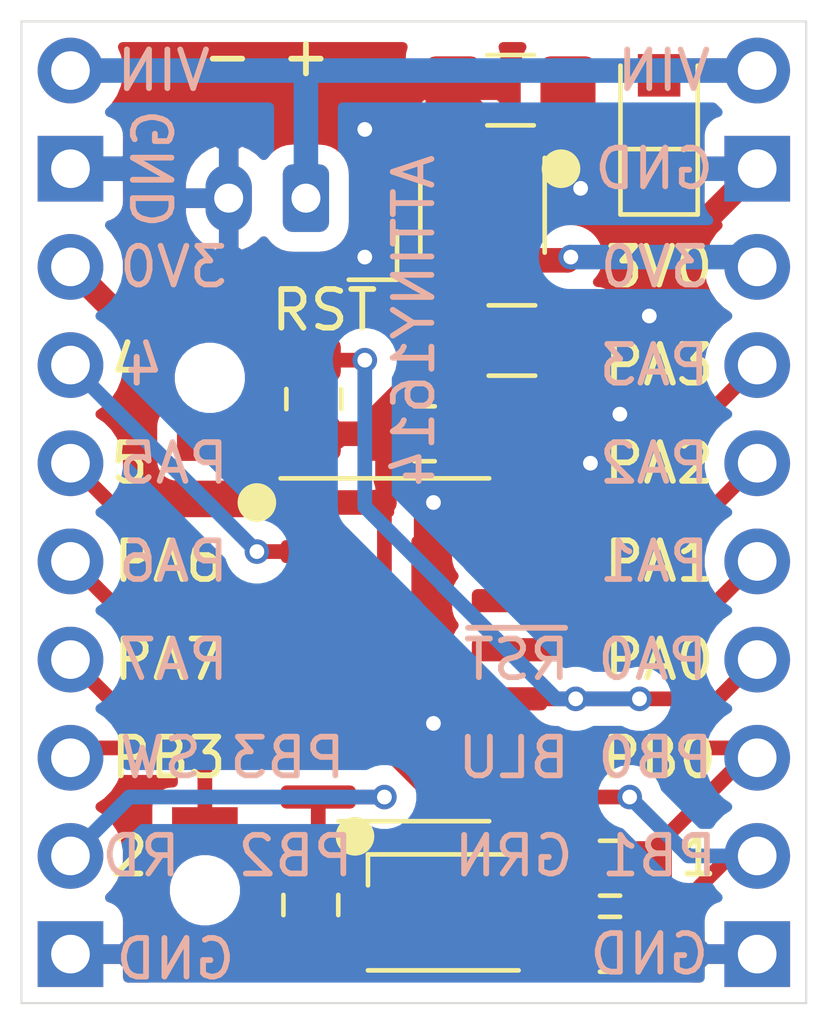
<source format=kicad_pcb>
(kicad_pcb (version 20171130) (host pcbnew 5.1.6-c6e7f7d~87~ubuntu19.10.1)

  (general
    (thickness 1.6)
    (drawings 45)
    (tracks 139)
    (zones 0)
    (modules 16)
    (nets 20)
  )

  (page A4)
  (layers
    (0 F.Cu signal)
    (31 B.Cu signal)
    (32 B.Adhes user)
    (33 F.Adhes user)
    (34 B.Paste user)
    (35 F.Paste user)
    (36 B.SilkS user)
    (37 F.SilkS user)
    (38 B.Mask user)
    (39 F.Mask user)
    (40 Dwgs.User user)
    (41 Cmts.User user)
    (42 Eco1.User user)
    (43 Eco2.User user)
    (44 Edge.Cuts user)
    (45 Margin user)
    (46 B.CrtYd user)
    (47 F.CrtYd user)
    (48 B.Fab user hide)
    (49 F.Fab user hide)
  )

  (setup
    (last_trace_width 0.381)
    (user_trace_width 0.154)
    (user_trace_width 0.254)
    (user_trace_width 0.381)
    (user_trace_width 0.635)
    (user_trace_width 1.5)
    (trace_clearance 0.254)
    (zone_clearance 0.508)
    (zone_45_only no)
    (trace_min 0.15)
    (via_size 0.635)
    (via_drill 0.381)
    (via_min_size 0.508)
    (via_min_drill 0.254)
    (user_via 0.508 0.254)
    (user_via 0.762 0.381)
    (user_via 1.27 0.635)
    (uvia_size 0.381)
    (uvia_drill 0.254)
    (uvias_allowed no)
    (uvia_min_size 0.2)
    (uvia_min_drill 0.1)
    (edge_width 0.05)
    (segment_width 0.2)
    (pcb_text_width 0.3)
    (pcb_text_size 1.5 1.5)
    (mod_edge_width 0.12)
    (mod_text_size 1 1)
    (mod_text_width 0.15)
    (pad_size 1.2 1.75)
    (pad_drill 0.75)
    (pad_to_mask_clearance 0.051)
    (solder_mask_min_width 0.25)
    (aux_axis_origin 0 0)
    (visible_elements FFFFFF7F)
    (pcbplotparams
      (layerselection 0x010fc_ffffffff)
      (usegerberextensions false)
      (usegerberattributes true)
      (usegerberadvancedattributes true)
      (creategerberjobfile true)
      (excludeedgelayer true)
      (linewidth 0.100000)
      (plotframeref false)
      (viasonmask false)
      (mode 1)
      (useauxorigin false)
      (hpglpennumber 1)
      (hpglpenspeed 20)
      (hpglpendiameter 15.000000)
      (psnegative false)
      (psa4output false)
      (plotreference true)
      (plotvalue true)
      (plotinvisibletext false)
      (padsonsilk false)
      (subtractmaskfromsilk false)
      (outputformat 1)
      (mirror false)
      (drillshape 1)
      (scaleselection 1)
      (outputdirectory ""))
  )

  (net 0 "")
  (net 1 GND)
  (net 2 +BATT)
  (net 3 +3V0)
  (net 4 PB2)
  (net 5 PB3)
  (net 6 PA7)
  (net 7 PA6)
  (net 8 PA5)
  (net 9 PA4)
  (net 10 PB1)
  (net 11 PB0)
  (net 12 PA0_UPDI)
  (net 13 PA3)
  (net 14 PA2)
  (net 15 PA1)
  (net 16 GRN)
  (net 17 BLU)
  (net 18 RED)
  (net 19 VCC)

  (net_class Default "This is the default net class."
    (clearance 0.254)
    (trace_width 0.254)
    (via_dia 0.635)
    (via_drill 0.381)
    (uvia_dia 0.381)
    (uvia_drill 0.254)
    (diff_pair_width 0.254)
    (diff_pair_gap 0.254)
    (add_net +3V0)
    (add_net +BATT)
    (add_net BLU)
    (add_net GND)
    (add_net GRN)
    (add_net PA0_UPDI)
    (add_net PA1)
    (add_net PA2)
    (add_net PA3)
    (add_net PA4)
    (add_net PA5)
    (add_net PA6)
    (add_net PA7)
    (add_net PB0)
    (add_net PB1)
    (add_net PB2)
    (add_net PB3)
    (add_net RED)
    (add_net VCC)
  )

  (net_class Minimum ""
    (clearance 0.154)
    (trace_width 0.154)
    (via_dia 0.508)
    (via_drill 0.254)
    (uvia_dia 0.508)
    (uvia_drill 0.254)
    (diff_pair_width 0.254)
    (diff_pair_gap 0.254)
  )

  (net_class Power ""
    (clearance 0.635)
    (trace_width 1.27)
    (via_dia 0.635)
    (via_drill 0.508)
    (uvia_dia 0.381)
    (uvia_drill 0.254)
    (diff_pair_width 0.254)
    (diff_pair_gap 0.254)
  )

  (module Connector_JST:JST_PH_B2B-PH-K_1x02_P2.00mm_Vertical (layer F.Cu) (tedit 5F35A795) (tstamp 5F35E737)
    (at 133.096 99.822 180)
    (descr "JST PH series connector, B2B-PH-K (http://www.jst-mfg.com/product/pdf/eng/ePH.pdf), generated with kicad-footprint-generator")
    (tags "connector JST PH side entry")
    (path /5F456FBE)
    (fp_text reference J3 (at 1 -2.9 180) (layer F.SilkS) hide
      (effects (font (size 1 1) (thickness 0.15)))
    )
    (fp_text value S2B-PH-SM4-TB (at 1 4 180) (layer F.Fab)
      (effects (font (size 1 1) (thickness 0.15)))
    )
    (fp_text user %R (at 1 1.5 180) (layer F.Fab)
      (effects (font (size 1 1) (thickness 0.15)))
    )
    (fp_line (start -1.11 -2.11) (end -2.36 -2.11) (layer F.SilkS) (width 0.12))
    (fp_line (start -2.36 -2.11) (end -2.36 -0.86) (layer F.SilkS) (width 0.12))
    (fp_line (start -1.11 -2.11) (end -2.36 -2.11) (layer F.Fab) (width 0.1))
    (fp_line (start -2.36 -2.11) (end -2.36 -0.86) (layer F.Fab) (width 0.1))
    (fp_line (start -1.95 -1.7) (end -1.95 2.8) (layer F.Fab) (width 0.1))
    (fp_line (start -1.95 2.8) (end 3.95 2.8) (layer F.Fab) (width 0.1))
    (fp_line (start 3.95 2.8) (end 3.95 -1.7) (layer F.Fab) (width 0.1))
    (fp_line (start 3.95 -1.7) (end -1.95 -1.7) (layer F.Fab) (width 0.1))
    (fp_line (start -2.45 -2.2) (end -2.45 3.3) (layer F.CrtYd) (width 0.05))
    (fp_line (start -2.45 3.3) (end 4.45 3.3) (layer F.CrtYd) (width 0.05))
    (fp_line (start 4.45 3.3) (end 4.45 -2.2) (layer F.CrtYd) (width 0.05))
    (fp_line (start 4.45 -2.2) (end -2.45 -2.2) (layer F.CrtYd) (width 0.05))
    (pad 2 thru_hole oval (at 2 0 180) (size 1.2 1.75) (drill 0.75) (layers *.Cu *.Mask)
      (net 1 GND))
    (pad 1 thru_hole roundrect (at 0 0 180) (size 1.2 1.75) (drill 0.75) (layers *.Cu *.Mask) (roundrect_rratio 0.208333)
      (net 2 +BATT))
    (model ${KISYS3DMOD}/Connector_JST.3dshapes/JST_PH_B2B-PH-K_1x02_P2.00mm_Vertical.wrl
      (at (xyz 0 0 0))
      (scale (xyz 1 1 1))
      (rotate (xyz 0 0 0))
    )
  )

  (module Attiny1614_BOB:LED_Cree-PLCC4_3.2x2.8mm_CCW_Handsoldering (layer F.Cu) (tedit 5F35A66C) (tstamp 5F361EE3)
    (at 136.652 118.3005)
    (descr "3.2mm x 2.8mm PLCC4 LED, http://www.cree.com/led-components/media/documents/CLV1AFKB(874).pdf")
    (tags "LED Cree PLCC-4")
    (path /5F4B0A66)
    (attr smd)
    (fp_text reference D1 (at -3.175 0) (layer F.SilkS) hide
      (effects (font (size 1 1) (thickness 0.15)))
    )
    (fp_text value CLVBA-FKA-CAEDH8BBB7A363 (at 0 2.65) (layer F.Fab)
      (effects (font (size 1 1) (thickness 0.15)))
    )
    (fp_text user %R (at 0 0) (layer F.Fab)
      (effects (font (size 0.5 0.5) (thickness 0.075)))
    )
    (fp_circle (center 0 0) (end 1.12 0) (layer F.Fab) (width 0.1))
    (fp_line (start -2.2 -1.75) (end -2.2 1.75) (layer F.CrtYd) (width 0.05))
    (fp_line (start -2.2 1.75) (end 2.2 1.75) (layer F.CrtYd) (width 0.05))
    (fp_line (start 2.2 1.75) (end 2.2 -1.75) (layer F.CrtYd) (width 0.05))
    (fp_line (start 2.2 -1.75) (end -2.2 -1.75) (layer F.CrtYd) (width 0.05))
    (fp_line (start -0.6 -1.4) (end -1.6 -0.4) (layer F.Fab) (width 0.1))
    (fp_line (start -1.6 -1.4) (end -1.6 1.4) (layer F.Fab) (width 0.1))
    (fp_line (start -1.6 1.4) (end 1.6 1.4) (layer F.Fab) (width 0.1))
    (fp_line (start 1.6 1.4) (end 1.6 -1.4) (layer F.Fab) (width 0.1))
    (fp_line (start 1.6 -1.4) (end -1.6 -1.4) (layer F.Fab) (width 0.1))
    (fp_line (start -1.95 -0.7) (end -1.95 -1.5) (layer F.SilkS) (width 0.12))
    (fp_line (start -1.95 -1.5) (end 1.95 -1.5) (layer F.SilkS) (width 0.12))
    (fp_line (start -1.95 1.5) (end 1.95 1.5) (layer F.SilkS) (width 0.12))
    (pad 1 smd rect (at -1.45 -0.7) (size 1.5 0.8) (layers F.Cu F.Paste F.Mask)
      (net 18 RED))
    (pad 4 smd rect (at 1.45 -0.7) (size 1.5 0.8) (layers F.Cu F.Paste F.Mask)
      (net 17 BLU))
    (pad 3 smd rect (at 1.45 0.7) (size 1.5 0.8) (layers F.Cu F.Paste F.Mask)
      (net 16 GRN))
    (pad 2 smd rect (at -1.45 0.7) (size 1.5 0.8) (layers F.Cu F.Paste F.Mask)
      (net 3 +3V0))
    (model ${KISYS3DMOD}/LED_SMD.3dshapes/LED_Cree-PLCC4_3.2x2.8mm_CCW.wrl
      (at (xyz 0 0 0))
      (scale (xyz 1 1 1))
      (rotate (xyz 0 0 0))
    )
    (model ${KIPRJMOD}/CLVBA-FKA-CAEDH8BBB7A363--3DModel-STEP-56544.STEP
      (offset (xyz 0 0 1.2))
      (scale (xyz 1 1 1))
      (rotate (xyz -90 0 0))
    )
  )

  (module Button_Switch_SMD:SW_SPST_B3U-1000P-B (layer F.Cu) (tedit 5F359CCC) (tstamp 5F35821A)
    (at 130.4798 117.729 90)
    (descr "Ultra-small-sized Tactile Switch with High Contact Reliability, Top-actuated Model, without Ground Terminal, with Boss")
    (tags "Tactile Switch")
    (path /5F37A50D)
    (attr smd)
    (fp_text reference SW1 (at 4.064 -0.254 90) (layer F.SilkS) hide
      (effects (font (size 1 1) (thickness 0.15)))
    )
    (fp_text value B3U-1000P-B (at 0 2.5 90) (layer F.Fab)
      (effects (font (size 1 1) (thickness 0.15)))
    )
    (fp_text user %R (at 0 -2.5 90) (layer F.Fab)
      (effects (font (size 1 1) (thickness 0.15)))
    )
    (fp_line (start -2.4 1.65) (end 2.4 1.65) (layer F.CrtYd) (width 0.05))
    (fp_line (start 2.4 1.65) (end 2.4 -1.65) (layer F.CrtYd) (width 0.05))
    (fp_line (start 2.4 -1.65) (end -2.4 -1.65) (layer F.CrtYd) (width 0.05))
    (fp_line (start -2.4 -1.65) (end -2.4 1.65) (layer F.CrtYd) (width 0.05))
    (fp_line (start -1.5 -1.25) (end 1.5 -1.25) (layer F.Fab) (width 0.1))
    (fp_line (start 1.5 -1.25) (end 1.5 1.25) (layer F.Fab) (width 0.1))
    (fp_line (start 1.5 1.25) (end -1.5 1.25) (layer F.Fab) (width 0.1))
    (fp_line (start -1.5 1.25) (end -1.5 -1.25) (layer F.Fab) (width 0.1))
    (fp_circle (center 0 0) (end 0.75 0) (layer F.Fab) (width 0.1))
    (pad "" np_thru_hole circle (at 0 0 90) (size 0.8 0.8) (drill 0.8) (layers *.Cu *.Mask))
    (pad 2 smd rect (at 1.7 0 90) (size 0.9 1.7) (layers F.Cu F.Paste F.Mask)
      (net 5 PB3))
    (pad 1 smd rect (at -1.7 0 90) (size 0.9 1.7) (layers F.Cu F.Paste F.Mask)
      (net 1 GND))
    (model ${KISYS3DMOD}/Button_Switch_SMD.3dshapes/SW_SPST_B3U-1000P-B.wrl
      (at (xyz 0 0 0))
      (scale (xyz 1 1 1))
      (rotate (xyz 0 0 0))
    )
  )

  (module Button_Switch_SMD:SW_SPST_B3U-1000P-B (layer F.Cu) (tedit 5F3584D5) (tstamp 5F35AFEE)
    (at 130.6068 104.4702 270)
    (descr "Ultra-small-sized Tactile Switch with High Contact Reliability, Top-actuated Model, without Ground Terminal, with Boss")
    (tags "Tactile Switch")
    (path /5F3DD765)
    (attr smd)
    (fp_text reference SW2 (at 0 -2.5 270) (layer F.SilkS) hide
      (effects (font (size 1 1) (thickness 0.15)))
    )
    (fp_text value B3U-1000P-B_~RESET (at 0 2.5 270) (layer F.Fab)
      (effects (font (size 1 1) (thickness 0.15)))
    )
    (fp_text user %R (at 0 -2.5 270) (layer F.Fab)
      (effects (font (size 1 1) (thickness 0.15)))
    )
    (fp_line (start -2.4 1.65) (end 2.4 1.65) (layer F.CrtYd) (width 0.05))
    (fp_line (start 2.4 1.65) (end 2.4 -1.65) (layer F.CrtYd) (width 0.05))
    (fp_line (start 2.4 -1.65) (end -2.4 -1.65) (layer F.CrtYd) (width 0.05))
    (fp_line (start -2.4 -1.65) (end -2.4 1.65) (layer F.CrtYd) (width 0.05))
    (fp_line (start -1.5 -1.25) (end 1.5 -1.25) (layer F.Fab) (width 0.1))
    (fp_line (start 1.5 -1.25) (end 1.5 1.25) (layer F.Fab) (width 0.1))
    (fp_line (start 1.5 1.25) (end -1.5 1.25) (layer F.Fab) (width 0.1))
    (fp_line (start -1.5 1.25) (end -1.5 -1.25) (layer F.Fab) (width 0.1))
    (fp_circle (center 0 0) (end 0.75 0) (layer F.Fab) (width 0.1))
    (pad "" np_thru_hole circle (at 0 0 270) (size 0.8 0.8) (drill 0.8) (layers *.Cu *.Mask))
    (pad 2 smd rect (at 1.7 0 270) (size 0.9 1.7) (layers F.Cu F.Paste F.Mask)
      (net 12 PA0_UPDI))
    (pad 1 smd rect (at -1.7 0 270) (size 0.9 1.7) (layers F.Cu F.Paste F.Mask)
      (net 1 GND))
    (model ${KISYS3DMOD}/Button_Switch_SMD.3dshapes/SW_SPST_B3U-1000P-B.wrl
      (at (xyz 0 0 0))
      (scale (xyz 1 1 1))
      (rotate (xyz 0 0 0))
    )
  )

  (module Connector_PinHeader_2.54mm:PinHeader_1x10_P2.54mm_Vertical (layer B.Cu) (tedit 5F357E3F) (tstamp 5F35E246)
    (at 127 96.52 180)
    (descr "Through hole straight pin header, 1x10, 2.54mm pitch, single row")
    (tags "Through hole pin header THT 1x10 2.54mm single row")
    (path /5F573CC0)
    (fp_text reference J1 (at 0 2.33 180) (layer B.SilkS) hide
      (effects (font (size 1 1) (thickness 0.15)) (justify mirror))
    )
    (fp_text value Conn_01x10 (at 0 -25.19 180) (layer B.Fab)
      (effects (font (size 1 1) (thickness 0.15)) (justify mirror))
    )
    (fp_text user %R (at 0 -11.43 90) (layer B.Fab)
      (effects (font (size 1 1) (thickness 0.15)) (justify mirror))
    )
    (fp_line (start -0.635 1.27) (end 1.27 1.27) (layer B.Fab) (width 0.1))
    (fp_line (start 1.27 1.27) (end 1.27 -24.13) (layer B.Fab) (width 0.1))
    (fp_line (start 1.27 -24.13) (end -1.27 -24.13) (layer B.Fab) (width 0.1))
    (fp_line (start -1.27 -24.13) (end -1.27 0.635) (layer B.Fab) (width 0.1))
    (fp_line (start -1.27 0.635) (end -0.635 1.27) (layer B.Fab) (width 0.1))
    (fp_line (start -1.8 1.8) (end -1.8 -24.65) (layer B.CrtYd) (width 0.05))
    (fp_line (start -1.8 -24.65) (end 1.8 -24.65) (layer B.CrtYd) (width 0.05))
    (fp_line (start 1.8 -24.65) (end 1.8 1.8) (layer B.CrtYd) (width 0.05))
    (fp_line (start 1.8 1.8) (end -1.8 1.8) (layer B.CrtYd) (width 0.05))
    (pad 10 thru_hole rect (at 0 -22.86 180) (size 1.7 1.7) (drill 1) (layers *.Cu *.Mask)
      (net 1 GND))
    (pad 9 thru_hole oval (at 0 -20.32 180) (size 1.7 1.7) (drill 1) (layers *.Cu *.Mask)
      (net 4 PB2))
    (pad 8 thru_hole oval (at 0 -17.78 180) (size 1.7 1.7) (drill 1) (layers *.Cu *.Mask)
      (net 5 PB3))
    (pad 7 thru_hole oval (at 0 -15.24 180) (size 1.7 1.7) (drill 1) (layers *.Cu *.Mask)
      (net 6 PA7))
    (pad 6 thru_hole oval (at 0 -12.7 180) (size 1.7 1.7) (drill 1) (layers *.Cu *.Mask)
      (net 7 PA6))
    (pad 5 thru_hole oval (at 0 -10.16 180) (size 1.7 1.7) (drill 1) (layers *.Cu *.Mask)
      (net 8 PA5))
    (pad 4 thru_hole oval (at 0 -7.62 180) (size 1.7 1.7) (drill 1) (layers *.Cu *.Mask)
      (net 9 PA4))
    (pad 3 thru_hole oval (at 0 -5.08 180) (size 1.7 1.7) (drill 1) (layers *.Cu *.Mask)
      (net 3 +3V0))
    (pad 2 thru_hole rect (at 0 -2.54 180) (size 1.7 1.7) (drill 1) (layers *.Cu *.Mask)
      (net 1 GND))
    (pad 1 thru_hole circle (at 0 0 180) (size 1.7 1.7) (drill 1) (layers *.Cu *.Mask)
      (net 2 +BATT))
    (model ${KISYS3DMOD}/Connector_PinHeader_2.54mm.3dshapes/PinHeader_1x10_P2.54mm_Vertical.wrl
      (at (xyz 0 0 0))
      (scale (xyz 1 1 1))
      (rotate (xyz 0 0 0))
    )
  )

  (module Connector_PinHeader_2.54mm:PinHeader_1x10_P2.54mm_Vertical (layer B.Cu) (tedit 5F357E44) (tstamp 5F35E264)
    (at 144.78 96.52 180)
    (descr "Through hole straight pin header, 1x10, 2.54mm pitch, single row")
    (tags "Through hole pin header THT 1x10 2.54mm single row")
    (path /5F5721BF)
    (fp_text reference J2 (at 0 2.33 180) (layer B.SilkS) hide
      (effects (font (size 1 1) (thickness 0.15)) (justify mirror))
    )
    (fp_text value Conn_01x10 (at 0 -25.19 180) (layer B.Fab)
      (effects (font (size 1 1) (thickness 0.15)) (justify mirror))
    )
    (fp_text user %R (at 0 -11.43 90) (layer B.Fab)
      (effects (font (size 1 1) (thickness 0.15)) (justify mirror))
    )
    (fp_line (start -0.635 1.27) (end 1.27 1.27) (layer B.Fab) (width 0.1))
    (fp_line (start 1.27 1.27) (end 1.27 -24.13) (layer B.Fab) (width 0.1))
    (fp_line (start 1.27 -24.13) (end -1.27 -24.13) (layer B.Fab) (width 0.1))
    (fp_line (start -1.27 -24.13) (end -1.27 0.635) (layer B.Fab) (width 0.1))
    (fp_line (start -1.27 0.635) (end -0.635 1.27) (layer B.Fab) (width 0.1))
    (fp_line (start -1.8 1.8) (end -1.8 -24.65) (layer B.CrtYd) (width 0.05))
    (fp_line (start -1.8 -24.65) (end 1.8 -24.65) (layer B.CrtYd) (width 0.05))
    (fp_line (start 1.8 -24.65) (end 1.8 1.8) (layer B.CrtYd) (width 0.05))
    (fp_line (start 1.8 1.8) (end -1.8 1.8) (layer B.CrtYd) (width 0.05))
    (pad 10 thru_hole rect (at 0 -22.86 180) (size 1.7 1.7) (drill 1) (layers *.Cu *.Mask)
      (net 1 GND))
    (pad 9 thru_hole oval (at 0 -20.32 180) (size 1.7 1.7) (drill 1) (layers *.Cu *.Mask)
      (net 10 PB1))
    (pad 8 thru_hole oval (at 0 -17.78 180) (size 1.7 1.7) (drill 1) (layers *.Cu *.Mask)
      (net 11 PB0))
    (pad 7 thru_hole oval (at 0 -15.24 180) (size 1.7 1.7) (drill 1) (layers *.Cu *.Mask)
      (net 12 PA0_UPDI))
    (pad 6 thru_hole oval (at 0 -12.7 180) (size 1.7 1.7) (drill 1) (layers *.Cu *.Mask)
      (net 15 PA1))
    (pad 5 thru_hole oval (at 0 -10.16 180) (size 1.7 1.7) (drill 1) (layers *.Cu *.Mask)
      (net 14 PA2))
    (pad 4 thru_hole oval (at 0 -7.62 180) (size 1.7 1.7) (drill 1) (layers *.Cu *.Mask)
      (net 13 PA3))
    (pad 3 thru_hole oval (at 0 -5.08 180) (size 1.7 1.7) (drill 1) (layers *.Cu *.Mask)
      (net 3 +3V0))
    (pad 2 thru_hole rect (at 0 -2.54 180) (size 1.7 1.7) (drill 1) (layers *.Cu *.Mask)
      (net 1 GND))
    (pad 1 thru_hole circle (at 0 0 180) (size 1.7 1.7) (drill 1) (layers *.Cu *.Mask)
      (net 2 +BATT))
    (model ${KISYS3DMOD}/Connector_PinHeader_2.54mm.3dshapes/PinHeader_1x10_P2.54mm_Vertical.wrl
      (at (xyz 0 0 0))
      (scale (xyz 1 1 1))
      (rotate (xyz 0 0 0))
    )
  )

  (module Package_SO:SOIC-14_3.9x8.7mm_P1.27mm (layer F.Cu) (tedit 5D9F72B1) (tstamp 5F361E05)
    (at 135.89 111.506)
    (descr "SOIC, 14 Pin (JEDEC MS-012AB, https://www.analog.com/media/en/package-pcb-resources/package/pkg_pdf/soic_narrow-r/r_14.pdf), generated with kicad-footprint-generator ipc_gullwing_generator.py")
    (tags "SOIC SO")
    (path /5F355CB5)
    (attr smd)
    (fp_text reference U2 (at 0 -5.28) (layer F.SilkS) hide
      (effects (font (size 1 1) (thickness 0.15)))
    )
    (fp_text value ATtiny1614-SS (at 0 5.28) (layer F.Fab)
      (effects (font (size 1 1) (thickness 0.15)))
    )
    (fp_text user %R (at 0 0) (layer F.Fab)
      (effects (font (size 0.98 0.98) (thickness 0.15)))
    )
    (fp_line (start 0 4.435) (end 1.95 4.435) (layer F.SilkS) (width 0.12))
    (fp_line (start 0 4.435) (end -1.95 4.435) (layer F.SilkS) (width 0.12))
    (fp_line (start 0 -4.435) (end 1.95 -4.435) (layer F.SilkS) (width 0.12))
    (fp_line (start 0 -4.435) (end -3.45 -4.435) (layer F.SilkS) (width 0.12))
    (fp_line (start -0.975 -4.325) (end 1.95 -4.325) (layer F.Fab) (width 0.1))
    (fp_line (start 1.95 -4.325) (end 1.95 4.325) (layer F.Fab) (width 0.1))
    (fp_line (start 1.95 4.325) (end -1.95 4.325) (layer F.Fab) (width 0.1))
    (fp_line (start -1.95 4.325) (end -1.95 -3.35) (layer F.Fab) (width 0.1))
    (fp_line (start -1.95 -3.35) (end -0.975 -4.325) (layer F.Fab) (width 0.1))
    (fp_line (start -3.7 -4.58) (end -3.7 4.58) (layer F.CrtYd) (width 0.05))
    (fp_line (start -3.7 4.58) (end 3.7 4.58) (layer F.CrtYd) (width 0.05))
    (fp_line (start 3.7 4.58) (end 3.7 -4.58) (layer F.CrtYd) (width 0.05))
    (fp_line (start 3.7 -4.58) (end -3.7 -4.58) (layer F.CrtYd) (width 0.05))
    (pad 14 smd roundrect (at 2.475 -3.81) (size 1.95 0.6) (layers F.Cu F.Paste F.Mask) (roundrect_rratio 0.25)
      (net 1 GND))
    (pad 13 smd roundrect (at 2.475 -2.54) (size 1.95 0.6) (layers F.Cu F.Paste F.Mask) (roundrect_rratio 0.25)
      (net 13 PA3))
    (pad 12 smd roundrect (at 2.475 -1.27) (size 1.95 0.6) (layers F.Cu F.Paste F.Mask) (roundrect_rratio 0.25)
      (net 14 PA2))
    (pad 11 smd roundrect (at 2.475 0) (size 1.95 0.6) (layers F.Cu F.Paste F.Mask) (roundrect_rratio 0.25)
      (net 15 PA1))
    (pad 10 smd roundrect (at 2.475 1.27) (size 1.95 0.6) (layers F.Cu F.Paste F.Mask) (roundrect_rratio 0.25)
      (net 12 PA0_UPDI))
    (pad 9 smd roundrect (at 2.475 2.54) (size 1.95 0.6) (layers F.Cu F.Paste F.Mask) (roundrect_rratio 0.25)
      (net 11 PB0))
    (pad 8 smd roundrect (at 2.475 3.81) (size 1.95 0.6) (layers F.Cu F.Paste F.Mask) (roundrect_rratio 0.25)
      (net 10 PB1))
    (pad 7 smd roundrect (at -2.475 3.81) (size 1.95 0.6) (layers F.Cu F.Paste F.Mask) (roundrect_rratio 0.25)
      (net 4 PB2))
    (pad 6 smd roundrect (at -2.475 2.54) (size 1.95 0.6) (layers F.Cu F.Paste F.Mask) (roundrect_rratio 0.25)
      (net 5 PB3))
    (pad 5 smd roundrect (at -2.475 1.27) (size 1.95 0.6) (layers F.Cu F.Paste F.Mask) (roundrect_rratio 0.25)
      (net 6 PA7))
    (pad 4 smd roundrect (at -2.475 0) (size 1.95 0.6) (layers F.Cu F.Paste F.Mask) (roundrect_rratio 0.25)
      (net 7 PA6))
    (pad 3 smd roundrect (at -2.475 -1.27) (size 1.95 0.6) (layers F.Cu F.Paste F.Mask) (roundrect_rratio 0.25)
      (net 8 PA5))
    (pad 2 smd roundrect (at -2.475 -2.54) (size 1.95 0.6) (layers F.Cu F.Paste F.Mask) (roundrect_rratio 0.25)
      (net 9 PA4))
    (pad 1 smd roundrect (at -2.475 -3.81) (size 1.95 0.6) (layers F.Cu F.Paste F.Mask) (roundrect_rratio 0.25)
      (net 3 +3V0))
    (model ${KISYS3DMOD}/Package_SO.3dshapes/SOIC-14_3.9x8.7mm_P1.27mm.wrl
      (at (xyz 0 0 0))
      (scale (xyz 1 1 1))
      (rotate (xyz 0 0 0))
    )
  )

  (module Diode_SMD:D_SOD-123F (layer F.Cu) (tedit 587F7769) (tstamp 5F3591AB)
    (at 142.24 98.044 90)
    (descr D_SOD-123F)
    (tags D_SOD-123F)
    (path /5F49C6E1)
    (attr smd)
    (fp_text reference D2 (at -0.127 -1.905 90) (layer F.SilkS) hide
      (effects (font (size 1 1) (thickness 0.15)))
    )
    (fp_text value MBR0540T1G (at 0 2.1 90) (layer F.Fab)
      (effects (font (size 1 1) (thickness 0.15)))
    )
    (fp_text user %R (at -0.127 -1.905 90) (layer F.Fab)
      (effects (font (size 1 1) (thickness 0.15)))
    )
    (fp_line (start -2.2 -1) (end -2.2 1) (layer F.SilkS) (width 0.12))
    (fp_line (start 0.25 0) (end 0.75 0) (layer F.Fab) (width 0.1))
    (fp_line (start 0.25 0.4) (end -0.35 0) (layer F.Fab) (width 0.1))
    (fp_line (start 0.25 -0.4) (end 0.25 0.4) (layer F.Fab) (width 0.1))
    (fp_line (start -0.35 0) (end 0.25 -0.4) (layer F.Fab) (width 0.1))
    (fp_line (start -0.35 0) (end -0.35 0.55) (layer F.Fab) (width 0.1))
    (fp_line (start -0.35 0) (end -0.35 -0.55) (layer F.Fab) (width 0.1))
    (fp_line (start -0.75 0) (end -0.35 0) (layer F.Fab) (width 0.1))
    (fp_line (start -1.4 0.9) (end -1.4 -0.9) (layer F.Fab) (width 0.1))
    (fp_line (start 1.4 0.9) (end -1.4 0.9) (layer F.Fab) (width 0.1))
    (fp_line (start 1.4 -0.9) (end 1.4 0.9) (layer F.Fab) (width 0.1))
    (fp_line (start -1.4 -0.9) (end 1.4 -0.9) (layer F.Fab) (width 0.1))
    (fp_line (start -2.2 -1.15) (end 2.2 -1.15) (layer F.CrtYd) (width 0.05))
    (fp_line (start 2.2 -1.15) (end 2.2 1.15) (layer F.CrtYd) (width 0.05))
    (fp_line (start 2.2 1.15) (end -2.2 1.15) (layer F.CrtYd) (width 0.05))
    (fp_line (start -2.2 -1.15) (end -2.2 1.15) (layer F.CrtYd) (width 0.05))
    (fp_line (start -2.2 1) (end 1.65 1) (layer F.SilkS) (width 0.12))
    (fp_line (start -2.2 -1) (end 1.65 -1) (layer F.SilkS) (width 0.12))
    (pad 2 smd rect (at 1.4 0 90) (size 1.1 1.1) (layers F.Cu F.Paste F.Mask)
      (net 2 +BATT))
    (pad 1 smd rect (at -1.4 0 90) (size 1.1 1.1) (layers F.Cu F.Paste F.Mask)
      (net 19 VCC))
    (model ${KISYS3DMOD}/Diode_SMD.3dshapes/D_SOD-123F.wrl
      (at (xyz 0 0 0))
      (scale (xyz 1 1 1))
      (rotate (xyz 0 0 0))
    )
  )

  (module Package_TO_SOT_SMD:SOT-23-5 (layer F.Cu) (tedit 5A02FF57) (tstamp 5F358249)
    (at 137.668 100.33 270)
    (descr "5-pin SOT23 package")
    (tags SOT-23-5)
    (path /5F358892)
    (attr smd)
    (fp_text reference U1 (at 1.016 -3.81) (layer F.SilkS) hide
      (effects (font (size 1 1) (thickness 0.15)))
    )
    (fp_text value TPS709 (at 0 2.9 90) (layer F.Fab)
      (effects (font (size 1 1) (thickness 0.15)))
    )
    (fp_text user %R (at 0 0) (layer F.Fab)
      (effects (font (size 0.5 0.5) (thickness 0.075)))
    )
    (fp_line (start -0.9 1.61) (end 0.9 1.61) (layer F.SilkS) (width 0.12))
    (fp_line (start 0.9 -1.61) (end -1.55 -1.61) (layer F.SilkS) (width 0.12))
    (fp_line (start -1.9 -1.8) (end 1.9 -1.8) (layer F.CrtYd) (width 0.05))
    (fp_line (start 1.9 -1.8) (end 1.9 1.8) (layer F.CrtYd) (width 0.05))
    (fp_line (start 1.9 1.8) (end -1.9 1.8) (layer F.CrtYd) (width 0.05))
    (fp_line (start -1.9 1.8) (end -1.9 -1.8) (layer F.CrtYd) (width 0.05))
    (fp_line (start -0.9 -0.9) (end -0.25 -1.55) (layer F.Fab) (width 0.1))
    (fp_line (start 0.9 -1.55) (end -0.25 -1.55) (layer F.Fab) (width 0.1))
    (fp_line (start -0.9 -0.9) (end -0.9 1.55) (layer F.Fab) (width 0.1))
    (fp_line (start 0.9 1.55) (end -0.9 1.55) (layer F.Fab) (width 0.1))
    (fp_line (start 0.9 -1.55) (end 0.9 1.55) (layer F.Fab) (width 0.1))
    (pad 5 smd rect (at 1.1 -0.95 270) (size 1.06 0.65) (layers F.Cu F.Paste F.Mask)
      (net 3 +3V0))
    (pad 4 smd rect (at 1.1 0.95 270) (size 1.06 0.65) (layers F.Cu F.Paste F.Mask))
    (pad 3 smd rect (at -1.1 0.95 270) (size 1.06 0.65) (layers F.Cu F.Paste F.Mask))
    (pad 2 smd rect (at -1.1 0 270) (size 1.06 0.65) (layers F.Cu F.Paste F.Mask)
      (net 1 GND))
    (pad 1 smd rect (at -1.1 -0.95 270) (size 1.06 0.65) (layers F.Cu F.Paste F.Mask)
      (net 19 VCC))
    (model ${KISYS3DMOD}/Package_TO_SOT_SMD.3dshapes/SOT-23-5.wrl
      (at (xyz 0 0 0))
      (scale (xyz 1 1 1))
      (rotate (xyz 0 0 0))
    )
  )

  (module Resistor_SMD:R_0805_2012Metric_Pad1.15x1.40mm_HandSolder (layer F.Cu) (tedit 5B36C52B) (tstamp 5F358200)
    (at 133.2992 105.02 270)
    (descr "Resistor SMD 0805 (2012 Metric), square (rectangular) end terminal, IPC_7351 nominal with elongated pad for handsoldering. (Body size source: https://docs.google.com/spreadsheets/d/1BsfQQcO9C6DZCsRaXUlFlo91Tg2WpOkGARC1WS5S8t0/edit?usp=sharing), generated with kicad-footprint-generator")
    (tags "resistor handsolder")
    (path /5F3DD0B8)
    (attr smd)
    (fp_text reference R5 (at 0 -1.65 90) (layer F.SilkS) hide
      (effects (font (size 1 1) (thickness 0.15)))
    )
    (fp_text value 33k (at 0 1.65 90) (layer F.Fab)
      (effects (font (size 1 1) (thickness 0.15)))
    )
    (fp_text user %R (at 0 0 90) (layer F.Fab)
      (effects (font (size 0.5 0.5) (thickness 0.08)))
    )
    (fp_line (start -1 0.6) (end -1 -0.6) (layer F.Fab) (width 0.1))
    (fp_line (start -1 -0.6) (end 1 -0.6) (layer F.Fab) (width 0.1))
    (fp_line (start 1 -0.6) (end 1 0.6) (layer F.Fab) (width 0.1))
    (fp_line (start 1 0.6) (end -1 0.6) (layer F.Fab) (width 0.1))
    (fp_line (start -0.261252 -0.71) (end 0.261252 -0.71) (layer F.SilkS) (width 0.12))
    (fp_line (start -0.261252 0.71) (end 0.261252 0.71) (layer F.SilkS) (width 0.12))
    (fp_line (start -1.85 0.95) (end -1.85 -0.95) (layer F.CrtYd) (width 0.05))
    (fp_line (start -1.85 -0.95) (end 1.85 -0.95) (layer F.CrtYd) (width 0.05))
    (fp_line (start 1.85 -0.95) (end 1.85 0.95) (layer F.CrtYd) (width 0.05))
    (fp_line (start 1.85 0.95) (end -1.85 0.95) (layer F.CrtYd) (width 0.05))
    (pad 2 smd roundrect (at 1.025 0 270) (size 1.15 1.4) (layers F.Cu F.Paste F.Mask) (roundrect_rratio 0.217391)
      (net 3 +3V0))
    (pad 1 smd roundrect (at -1.025 0 270) (size 1.15 1.4) (layers F.Cu F.Paste F.Mask) (roundrect_rratio 0.217391)
      (net 12 PA0_UPDI))
    (model ${KISYS3DMOD}/Resistor_SMD.3dshapes/R_0805_2012Metric.wrl
      (at (xyz 0 0 0))
      (scale (xyz 1 1 1))
      (rotate (xyz 0 0 0))
    )
  )

  (module Resistor_SMD:R_0805_2012Metric_Pad1.15x1.40mm_HandSolder (layer F.Cu) (tedit 5B36C52B) (tstamp 5F362002)
    (at 140.97 117.1575 180)
    (descr "Resistor SMD 0805 (2012 Metric), square (rectangular) end terminal, IPC_7351 nominal with elongated pad for handsoldering. (Body size source: https://docs.google.com/spreadsheets/d/1BsfQQcO9C6DZCsRaXUlFlo91Tg2WpOkGARC1WS5S8t0/edit?usp=sharing), generated with kicad-footprint-generator")
    (tags "resistor handsolder")
    (path /5F3D47DE)
    (attr smd)
    (fp_text reference R4 (at 0 -1.65) (layer F.SilkS) hide
      (effects (font (size 1 1) (thickness 0.15)))
    )
    (fp_text value 180 (at 0 1.65) (layer F.Fab)
      (effects (font (size 1 1) (thickness 0.15)))
    )
    (fp_text user %R (at 0 0) (layer F.Fab)
      (effects (font (size 0.5 0.5) (thickness 0.08)))
    )
    (fp_line (start -1 0.6) (end -1 -0.6) (layer F.Fab) (width 0.1))
    (fp_line (start -1 -0.6) (end 1 -0.6) (layer F.Fab) (width 0.1))
    (fp_line (start 1 -0.6) (end 1 0.6) (layer F.Fab) (width 0.1))
    (fp_line (start 1 0.6) (end -1 0.6) (layer F.Fab) (width 0.1))
    (fp_line (start -0.261252 -0.71) (end 0.261252 -0.71) (layer F.SilkS) (width 0.12))
    (fp_line (start -0.261252 0.71) (end 0.261252 0.71) (layer F.SilkS) (width 0.12))
    (fp_line (start -1.85 0.95) (end -1.85 -0.95) (layer F.CrtYd) (width 0.05))
    (fp_line (start -1.85 -0.95) (end 1.85 -0.95) (layer F.CrtYd) (width 0.05))
    (fp_line (start 1.85 -0.95) (end 1.85 0.95) (layer F.CrtYd) (width 0.05))
    (fp_line (start 1.85 0.95) (end -1.85 0.95) (layer F.CrtYd) (width 0.05))
    (pad 2 smd roundrect (at 1.025 0 180) (size 1.15 1.4) (layers F.Cu F.Paste F.Mask) (roundrect_rratio 0.217391)
      (net 17 BLU))
    (pad 1 smd roundrect (at -1.025 0 180) (size 1.15 1.4) (layers F.Cu F.Paste F.Mask) (roundrect_rratio 0.217391)
      (net 11 PB0))
    (model ${KISYS3DMOD}/Resistor_SMD.3dshapes/R_0805_2012Metric.wrl
      (at (xyz 0 0 0))
      (scale (xyz 1 1 1))
      (rotate (xyz 0 0 0))
    )
  )

  (module Resistor_SMD:R_0805_2012Metric_Pad1.15x1.40mm_HandSolder (layer F.Cu) (tedit 5B36C52B) (tstamp 5F35A9C8)
    (at 140.97 119.126 180)
    (descr "Resistor SMD 0805 (2012 Metric), square (rectangular) end terminal, IPC_7351 nominal with elongated pad for handsoldering. (Body size source: https://docs.google.com/spreadsheets/d/1BsfQQcO9C6DZCsRaXUlFlo91Tg2WpOkGARC1WS5S8t0/edit?usp=sharing), generated with kicad-footprint-generator")
    (tags "resistor handsolder")
    (path /5F3BBFBF)
    (attr smd)
    (fp_text reference R3 (at 0 -1.65) (layer F.SilkS) hide
      (effects (font (size 1 1) (thickness 0.15)))
    )
    (fp_text value 180 (at 0 1.65) (layer F.Fab)
      (effects (font (size 1 1) (thickness 0.15)))
    )
    (fp_text user %R (at 0 0) (layer F.Fab)
      (effects (font (size 0.5 0.5) (thickness 0.08)))
    )
    (fp_line (start -1 0.6) (end -1 -0.6) (layer F.Fab) (width 0.1))
    (fp_line (start -1 -0.6) (end 1 -0.6) (layer F.Fab) (width 0.1))
    (fp_line (start 1 -0.6) (end 1 0.6) (layer F.Fab) (width 0.1))
    (fp_line (start 1 0.6) (end -1 0.6) (layer F.Fab) (width 0.1))
    (fp_line (start -0.261252 -0.71) (end 0.261252 -0.71) (layer F.SilkS) (width 0.12))
    (fp_line (start -0.261252 0.71) (end 0.261252 0.71) (layer F.SilkS) (width 0.12))
    (fp_line (start -1.85 0.95) (end -1.85 -0.95) (layer F.CrtYd) (width 0.05))
    (fp_line (start -1.85 -0.95) (end 1.85 -0.95) (layer F.CrtYd) (width 0.05))
    (fp_line (start 1.85 -0.95) (end 1.85 0.95) (layer F.CrtYd) (width 0.05))
    (fp_line (start 1.85 0.95) (end -1.85 0.95) (layer F.CrtYd) (width 0.05))
    (pad 2 smd roundrect (at 1.025 0 180) (size 1.15 1.4) (layers F.Cu F.Paste F.Mask) (roundrect_rratio 0.217391)
      (net 16 GRN))
    (pad 1 smd roundrect (at -1.025 0 180) (size 1.15 1.4) (layers F.Cu F.Paste F.Mask) (roundrect_rratio 0.217391)
      (net 10 PB1))
    (model ${KISYS3DMOD}/Resistor_SMD.3dshapes/R_0805_2012Metric.wrl
      (at (xyz 0 0 0))
      (scale (xyz 1 1 1))
      (rotate (xyz 0 0 0))
    )
  )

  (module Resistor_SMD:R_0805_2012Metric_Pad1.15x1.40mm_HandSolder (layer F.Cu) (tedit 5B36C52B) (tstamp 5F36CBE8)
    (at 133.223 118.11 270)
    (descr "Resistor SMD 0805 (2012 Metric), square (rectangular) end terminal, IPC_7351 nominal with elongated pad for handsoldering. (Body size source: https://docs.google.com/spreadsheets/d/1BsfQQcO9C6DZCsRaXUlFlo91Tg2WpOkGARC1WS5S8t0/edit?usp=sharing), generated with kicad-footprint-generator")
    (tags "resistor handsolder")
    (path /5F37552B)
    (attr smd)
    (fp_text reference R2 (at 0 -1.65 90) (layer F.SilkS) hide
      (effects (font (size 1 1) (thickness 0.15)))
    )
    (fp_text value 180 (at 0 1.65 90) (layer F.Fab)
      (effects (font (size 1 1) (thickness 0.15)))
    )
    (fp_text user %R (at 0 0 90) (layer F.Fab)
      (effects (font (size 0.5 0.5) (thickness 0.08)))
    )
    (fp_line (start -1 0.6) (end -1 -0.6) (layer F.Fab) (width 0.1))
    (fp_line (start -1 -0.6) (end 1 -0.6) (layer F.Fab) (width 0.1))
    (fp_line (start 1 -0.6) (end 1 0.6) (layer F.Fab) (width 0.1))
    (fp_line (start 1 0.6) (end -1 0.6) (layer F.Fab) (width 0.1))
    (fp_line (start -0.261252 -0.71) (end 0.261252 -0.71) (layer F.SilkS) (width 0.12))
    (fp_line (start -0.261252 0.71) (end 0.261252 0.71) (layer F.SilkS) (width 0.12))
    (fp_line (start -1.85 0.95) (end -1.85 -0.95) (layer F.CrtYd) (width 0.05))
    (fp_line (start -1.85 -0.95) (end 1.85 -0.95) (layer F.CrtYd) (width 0.05))
    (fp_line (start 1.85 -0.95) (end 1.85 0.95) (layer F.CrtYd) (width 0.05))
    (fp_line (start 1.85 0.95) (end -1.85 0.95) (layer F.CrtYd) (width 0.05))
    (pad 2 smd roundrect (at 1.025 0 270) (size 1.15 1.4) (layers F.Cu F.Paste F.Mask) (roundrect_rratio 0.217391)
      (net 18 RED))
    (pad 1 smd roundrect (at -1.025 0 270) (size 1.15 1.4) (layers F.Cu F.Paste F.Mask) (roundrect_rratio 0.217391)
      (net 4 PB2))
    (model ${KISYS3DMOD}/Resistor_SMD.3dshapes/R_0805_2012Metric.wrl
      (at (xyz 0 0 0))
      (scale (xyz 1 1 1))
      (rotate (xyz 0 0 0))
    )
  )

  (module Capacitor_SMD:C_0805_2012Metric_Pad1.15x1.40mm_HandSolder (layer F.Cu) (tedit 5B36C52B) (tstamp 5F358157)
    (at 136.1694 105.918)
    (descr "Capacitor SMD 0805 (2012 Metric), square (rectangular) end terminal, IPC_7351 nominal with elongated pad for handsoldering. (Body size source: https://docs.google.com/spreadsheets/d/1BsfQQcO9C6DZCsRaXUlFlo91Tg2WpOkGARC1WS5S8t0/edit?usp=sharing), generated with kicad-footprint-generator")
    (tags "capacitor handsolder")
    (path /5F363DBD)
    (attr smd)
    (fp_text reference C5 (at 0 -1.65) (layer F.SilkS) hide
      (effects (font (size 1 1) (thickness 0.15)))
    )
    (fp_text value 100n (at 0 1.65) (layer F.Fab)
      (effects (font (size 1 1) (thickness 0.15)))
    )
    (fp_text user %R (at 0 0) (layer F.Fab)
      (effects (font (size 0.5 0.5) (thickness 0.08)))
    )
    (fp_line (start -1 0.6) (end -1 -0.6) (layer F.Fab) (width 0.1))
    (fp_line (start -1 -0.6) (end 1 -0.6) (layer F.Fab) (width 0.1))
    (fp_line (start 1 -0.6) (end 1 0.6) (layer F.Fab) (width 0.1))
    (fp_line (start 1 0.6) (end -1 0.6) (layer F.Fab) (width 0.1))
    (fp_line (start -0.261252 -0.71) (end 0.261252 -0.71) (layer F.SilkS) (width 0.12))
    (fp_line (start -0.261252 0.71) (end 0.261252 0.71) (layer F.SilkS) (width 0.12))
    (fp_line (start -1.85 0.95) (end -1.85 -0.95) (layer F.CrtYd) (width 0.05))
    (fp_line (start -1.85 -0.95) (end 1.85 -0.95) (layer F.CrtYd) (width 0.05))
    (fp_line (start 1.85 -0.95) (end 1.85 0.95) (layer F.CrtYd) (width 0.05))
    (fp_line (start 1.85 0.95) (end -1.85 0.95) (layer F.CrtYd) (width 0.05))
    (pad 2 smd roundrect (at 1.025 0) (size 1.15 1.4) (layers F.Cu F.Paste F.Mask) (roundrect_rratio 0.217391)
      (net 1 GND))
    (pad 1 smd roundrect (at -1.025 0) (size 1.15 1.4) (layers F.Cu F.Paste F.Mask) (roundrect_rratio 0.217391)
      (net 3 +3V0))
    (model ${KISYS3DMOD}/Capacitor_SMD.3dshapes/C_0805_2012Metric.wrl
      (at (xyz 0 0 0))
      (scale (xyz 1 1 1))
      (rotate (xyz 0 0 0))
    )
  )

  (module Capacitor_SMD:C_1206_3216Metric_Pad1.42x1.75mm_HandSolder (layer F.Cu) (tedit 5B301BBE) (tstamp 5F35B061)
    (at 138.43 103.505)
    (descr "Capacitor SMD 1206 (3216 Metric), square (rectangular) end terminal, IPC_7351 nominal with elongated pad for handsoldering. (Body size source: http://www.tortai-tech.com/upload/download/2011102023233369053.pdf), generated with kicad-footprint-generator")
    (tags "capacitor handsolder")
    (path /5F35986F)
    (attr smd)
    (fp_text reference C3 (at 0 -1.82) (layer F.SilkS) hide
      (effects (font (size 1 1) (thickness 0.15)))
    )
    (fp_text value 10u (at 0 1.82) (layer F.Fab)
      (effects (font (size 1 1) (thickness 0.15)))
    )
    (fp_text user %R (at 0 0) (layer F.Fab)
      (effects (font (size 0.8 0.8) (thickness 0.12)))
    )
    (fp_line (start -1.6 0.8) (end -1.6 -0.8) (layer F.Fab) (width 0.1))
    (fp_line (start -1.6 -0.8) (end 1.6 -0.8) (layer F.Fab) (width 0.1))
    (fp_line (start 1.6 -0.8) (end 1.6 0.8) (layer F.Fab) (width 0.1))
    (fp_line (start 1.6 0.8) (end -1.6 0.8) (layer F.Fab) (width 0.1))
    (fp_line (start -0.602064 -0.91) (end 0.602064 -0.91) (layer F.SilkS) (width 0.12))
    (fp_line (start -0.602064 0.91) (end 0.602064 0.91) (layer F.SilkS) (width 0.12))
    (fp_line (start -2.45 1.12) (end -2.45 -1.12) (layer F.CrtYd) (width 0.05))
    (fp_line (start -2.45 -1.12) (end 2.45 -1.12) (layer F.CrtYd) (width 0.05))
    (fp_line (start 2.45 -1.12) (end 2.45 1.12) (layer F.CrtYd) (width 0.05))
    (fp_line (start 2.45 1.12) (end -2.45 1.12) (layer F.CrtYd) (width 0.05))
    (pad 2 smd roundrect (at 1.4875 0) (size 1.425 1.75) (layers F.Cu F.Paste F.Mask) (roundrect_rratio 0.175439)
      (net 1 GND))
    (pad 1 smd roundrect (at -1.4875 0) (size 1.425 1.75) (layers F.Cu F.Paste F.Mask) (roundrect_rratio 0.175439)
      (net 3 +3V0))
    (model ${KISYS3DMOD}/Capacitor_SMD.3dshapes/C_1206_3216Metric.wrl
      (at (xyz 0 0 0))
      (scale (xyz 1 1 1))
      (rotate (xyz 0 0 0))
    )
  )

  (module Capacitor_SMD:C_1206_3216Metric_Pad1.42x1.75mm_HandSolder (layer F.Cu) (tedit 5B301BBE) (tstamp 5F35EB3D)
    (at 138.3935 97.028 180)
    (descr "Capacitor SMD 1206 (3216 Metric), square (rectangular) end terminal, IPC_7351 nominal with elongated pad for handsoldering. (Body size source: http://www.tortai-tech.com/upload/download/2011102023233369053.pdf), generated with kicad-footprint-generator")
    (tags "capacitor handsolder")
    (path /5F354C0E)
    (attr smd)
    (fp_text reference C1 (at 0 -1.82) (layer F.SilkS) hide
      (effects (font (size 1 1) (thickness 0.15)))
    )
    (fp_text value 10u (at 0 1.82) (layer F.Fab)
      (effects (font (size 1 1) (thickness 0.15)))
    )
    (fp_text user %R (at 0 0) (layer F.Fab)
      (effects (font (size 0.8 0.8) (thickness 0.12)))
    )
    (fp_line (start -1.6 0.8) (end -1.6 -0.8) (layer F.Fab) (width 0.1))
    (fp_line (start -1.6 -0.8) (end 1.6 -0.8) (layer F.Fab) (width 0.1))
    (fp_line (start 1.6 -0.8) (end 1.6 0.8) (layer F.Fab) (width 0.1))
    (fp_line (start 1.6 0.8) (end -1.6 0.8) (layer F.Fab) (width 0.1))
    (fp_line (start -0.602064 -0.91) (end 0.602064 -0.91) (layer F.SilkS) (width 0.12))
    (fp_line (start -0.602064 0.91) (end 0.602064 0.91) (layer F.SilkS) (width 0.12))
    (fp_line (start -2.45 1.12) (end -2.45 -1.12) (layer F.CrtYd) (width 0.05))
    (fp_line (start -2.45 -1.12) (end 2.45 -1.12) (layer F.CrtYd) (width 0.05))
    (fp_line (start 2.45 -1.12) (end 2.45 1.12) (layer F.CrtYd) (width 0.05))
    (fp_line (start 2.45 1.12) (end -2.45 1.12) (layer F.CrtYd) (width 0.05))
    (pad 2 smd roundrect (at 1.4875 0 180) (size 1.425 1.75) (layers F.Cu F.Paste F.Mask) (roundrect_rratio 0.175439)
      (net 1 GND))
    (pad 1 smd roundrect (at -1.4875 0 180) (size 1.425 1.75) (layers F.Cu F.Paste F.Mask) (roundrect_rratio 0.175439)
      (net 19 VCC))
    (model ${KISYS3DMOD}/Capacitor_SMD.3dshapes/C_1206_3216Metric.wrl
      (at (xyz 0 0 0))
      (scale (xyz 1 1 1))
      (rotate (xyz 0 0 0))
    )
  )

  (gr_circle (center 139.7 99.06) (end 139.7 99.06) (layer F.SilkS) (width 0.5) (tstamp 5F36BC0B))
  (gr_text 3V0 (at 142.24 101.6) (layer F.SilkS)
    (effects (font (size 1 1) (thickness 0.15)))
  )
  (gr_text PA0 (at 142.24 111.76) (layer F.SilkS)
    (effects (font (size 1 1) (thickness 0.15)))
  )
  (gr_text PB0 (at 142.24 114.3) (layer F.SilkS)
    (effects (font (size 1 1) (thickness 0.15)))
  )
  (gr_text 1 (at 143.256 116.84) (layer F.SilkS)
    (effects (font (size 1 1) (thickness 0.15)))
  )
  (gr_text 2 (at 128.524 116.84) (layer F.SilkS)
    (effects (font (size 1 1) (thickness 0.15)))
  )
  (gr_text PA7 (at 129.54 111.76) (layer F.SilkS)
    (effects (font (size 1 1) (thickness 0.15)))
  )
  (gr_text 5 (at 128.524 106.68) (layer F.SilkS)
    (effects (font (size 1 1) (thickness 0.15)))
  )
  (gr_text 4 (at 128.524 104.14) (layer F.SilkS)
    (effects (font (size 1 1) (thickness 0.15)))
  )
  (gr_text PA6 (at 129.54 109.22) (layer F.SilkS)
    (effects (font (size 1 1) (thickness 0.15)))
  )
  (gr_text PA3 (at 142.24 104.14) (layer F.SilkS)
    (effects (font (size 1 1) (thickness 0.15)))
  )
  (gr_text PA2 (at 142.24 106.68) (layer F.SilkS)
    (effects (font (size 1 1) (thickness 0.15)))
  )
  (gr_text PA1 (at 142.24 109.22) (layer F.SilkS)
    (effects (font (size 1 1) (thickness 0.15)))
  )
  (gr_text RST (at 133.5786 102.7176) (layer F.SilkS)
    (effects (font (size 1 1) (thickness 0.15)))
  )
  (gr_line (start 143.256 98.552) (end 141.224 98.552) (layer F.SilkS) (width 0.12))
  (gr_text PB3 (at 129.54 114.3) (layer F.SilkS)
    (effects (font (size 1 1) (thickness 0.15)))
  )
  (gr_text - (at 131.064 96.139) (layer F.SilkS)
    (effects (font (size 1 1) (thickness 0.15)))
  )
  (gr_text + (at 133.096 96.139) (layer F.SilkS)
    (effects (font (size 1 1) (thickness 0.15)))
  )
  (gr_circle (center 134.366 116.332) (end 134.366 116.332) (layer F.SilkS) (width 0.5) (tstamp 5F367E6B))
  (gr_circle (center 131.826 107.696) (end 131.826 107.696) (layer F.SilkS) (width 0.5))
  (gr_text ATTINY1614 (at 135.89 102.997 90) (layer B.SilkS) (tstamp 5F36AEB4)
    (effects (font (size 1 1) (thickness 0.15)) (justify mirror))
  )
  (gr_text VIN (at 129.413 96.52) (layer B.SilkS) (tstamp 5F367E4C)
    (effects (font (size 1 1) (thickness 0.15)) (justify mirror))
  )
  (gr_text GND (at 129.159 99.06 90) (layer B.SilkS) (tstamp 5F367E47)
    (effects (font (size 1 1) (thickness 0.15)) (justify mirror))
  )
  (gr_text 3V0 (at 129.667 101.6) (layer B.SilkS) (tstamp 5F367E3E)
    (effects (font (size 1 1) (thickness 0.15)) (justify mirror))
  )
  (gr_text 4 (at 128.905 104.14) (layer B.SilkS) (tstamp 5F36C041)
    (effects (font (size 1 1) (thickness 0.15)) (justify mirror))
  )
  (gr_text PA5 (at 129.667 106.68) (layer B.SilkS)
    (effects (font (size 1 1) (thickness 0.15)) (justify mirror))
  )
  (gr_text PA6 (at 129.667 109.22) (layer B.SilkS)
    (effects (font (size 1 1) (thickness 0.15)) (justify mirror))
  )
  (gr_text PA7 (at 129.667 111.76) (layer B.SilkS)
    (effects (font (size 1 1) (thickness 0.15)) (justify mirror))
  )
  (gr_text "PB3 SW" (at 131.191 114.3) (layer B.SilkS)
    (effects (font (size 1 1) (thickness 0.15)) (justify mirror))
  )
  (gr_text "PB2  RD" (at 131.064 116.84) (layer B.SilkS)
    (effects (font (size 1 1) (thickness 0.15)) (justify mirror))
  )
  (gr_text GND (at 129.7178 119.507) (layer B.SilkS)
    (effects (font (size 1 1) (thickness 0.15)) (justify mirror))
  )
  (gr_text GND (at 141.986 119.38) (layer B.SilkS)
    (effects (font (size 1 1) (thickness 0.15)) (justify mirror))
  )
  (gr_text "PB1 GRN" (at 140.335 116.84) (layer B.SilkS)
    (effects (font (size 1 1) (thickness 0.15)) (justify mirror))
  )
  (gr_text "PB0 BLU" (at 140.335 114.3) (layer B.SilkS)
    (effects (font (size 1 1) (thickness 0.15)) (justify mirror))
  )
  (gr_text "PA0 ~RST" (at 140.335 111.76) (layer B.SilkS)
    (effects (font (size 1 1) (thickness 0.15)) (justify mirror))
  )
  (gr_text PA1 (at 142.113 109.22) (layer B.SilkS)
    (effects (font (size 1 1) (thickness 0.15)) (justify mirror))
  )
  (gr_text PA2 (at 142.113 106.68) (layer B.SilkS)
    (effects (font (size 1 1) (thickness 0.15)) (justify mirror))
  )
  (gr_text PA3 (at 142.113 104.14) (layer B.SilkS)
    (effects (font (size 1 1) (thickness 0.15)) (justify mirror))
  )
  (gr_text 3V0 (at 142.113 101.6) (layer B.SilkS)
    (effects (font (size 1 1) (thickness 0.15)) (justify mirror))
  )
  (gr_text GND (at 142.113 99.06) (layer B.SilkS)
    (effects (font (size 1 1) (thickness 0.15)) (justify mirror))
  )
  (gr_text VIN (at 142.367 96.52) (layer B.SilkS)
    (effects (font (size 1 1) (thickness 0.15)) (justify mirror))
  )
  (gr_line (start 146.05 95.25) (end 125.73 95.25) (layer Edge.Cuts) (width 0.05))
  (gr_line (start 125.73 120.65) (end 146.05 120.65) (layer Edge.Cuts) (width 0.05))
  (gr_line (start 146.05 120.65) (end 146.05 95.25) (layer Edge.Cuts) (width 0.05))
  (gr_line (start 125.73 95.25) (end 125.73 120.65) (layer Edge.Cuts) (width 0.05))

  (segment (start 130.478 119.38) (end 130.556 119.302) (width 0.381) (layer F.Cu) (net 1))
  (segment (start 127 119.38) (end 130.478 119.38) (width 0.381) (layer F.Cu) (net 1))
  (segment (start 127 119.38) (end 144.78 119.38) (width 0.381) (layer B.Cu) (net 1))
  (segment (start 139.9175 103.505) (end 140.335 103.505) (width 0.381) (layer F.Cu) (net 1))
  (segment (start 139.954 103.4685) (end 139.9175 103.505) (width 0.381) (layer F.Cu) (net 1))
  (via (at 134.62 98.044) (size 0.635) (drill 0.381) (layers F.Cu B.Cu) (net 1))
  (segment (start 136.144 97.028) (end 136.906 97.028) (width 0.381) (layer F.Cu) (net 1))
  (segment (start 135.128 98.044) (end 136.144 97.028) (width 0.381) (layer F.Cu) (net 1))
  (via (at 141.224 105.41) (size 0.635) (drill 0.381) (layers F.Cu B.Cu) (net 1))
  (segment (start 138.947 105.664) (end 140.462 105.664) (width 0.381) (layer F.Cu) (net 1))
  (via (at 140.462 106.68) (size 0.635) (drill 0.381) (layers F.Cu B.Cu) (net 1) (tstamp 5F368353))
  (segment (start 139.7 107.696) (end 140.462 106.934) (width 0.381) (layer F.Cu) (net 1))
  (via (at 141.986 102.87) (size 0.635) (drill 0.381) (layers F.Cu B.Cu) (net 1))
  (segment (start 140.97 103.505) (end 141.605 102.87) (width 0.381) (layer F.Cu) (net 1))
  (segment (start 139.9175 103.505) (end 140.97 103.505) (width 0.381) (layer F.Cu) (net 1))
  (segment (start 137.668 97.79) (end 137.668 99.23) (width 0.635) (layer F.Cu) (net 1))
  (segment (start 136.906 97.028) (end 137.668 97.79) (width 0.635) (layer F.Cu) (net 1))
  (segment (start 138.365 106.999) (end 138.365 107.696) (width 0.635) (layer F.Cu) (net 1))
  (via (at 134.62 101.346) (size 0.635) (drill 0.381) (layers F.Cu B.Cu) (net 1))
  (via (at 136.398 107.696) (size 0.635) (drill 0.381) (layers F.Cu B.Cu) (net 1))
  (segment (start 139.9175 103.505) (end 139.319 103.505) (width 0.635) (layer F.Cu) (net 1))
  (segment (start 139.319 103.505) (end 138.947 103.877) (width 0.635) (layer F.Cu) (net 1))
  (segment (start 142.364 96.52) (end 142.24 96.644) (width 0.635) (layer F.Cu) (net 2))
  (segment (start 144.78 96.52) (end 142.364 96.52) (width 0.635) (layer F.Cu) (net 2))
  (segment (start 133.096 99.822) (end 133.096 96.52) (width 0.635) (layer B.Cu) (net 2))
  (segment (start 144.78 96.52) (end 133.096 96.52) (width 0.635) (layer B.Cu) (net 2))
  (segment (start 133.096 96.52) (end 127 96.52) (width 0.635) (layer B.Cu) (net 2))
  (via (at 139.954 101.346) (size 0.635) (drill 0.381) (layers F.Cu B.Cu) (net 3))
  (segment (start 136.897 106.181) (end 136.897 105.664) (width 0.635) (layer F.Cu) (net 1))
  (segment (start 130.302 102.821) (end 130.302 101.6) (width 0.381) (layer F.Cu) (net 1))
  (segment (start 136.915 105.918) (end 136.915 107.687) (width 0.635) (layer F.Cu) (net 1))
  (segment (start 136.906 107.696) (end 136.398 107.696) (width 0.635) (layer F.Cu) (net 1))
  (segment (start 136.915 107.687) (end 136.906 107.696) (width 0.635) (layer F.Cu) (net 1))
  (segment (start 138.356 107.687) (end 138.365 107.696) (width 0.635) (layer F.Cu) (net 1))
  (segment (start 136.915 107.687) (end 138.356 107.687) (width 0.635) (layer F.Cu) (net 1))
  (segment (start 138.365 107.696) (end 139.7 107.696) (width 0.635) (layer F.Cu) (net 1))
  (via (at 136.398 113.411) (size 0.635) (drill 0.381) (layers F.Cu B.Cu) (net 1))
  (segment (start 127 99.06) (end 129.032 99.06) (width 0.635) (layer F.Cu) (net 1))
  (segment (start 127 99.06) (end 129.032 99.06) (width 0.635) (layer B.Cu) (net 1))
  (segment (start 144.78 99.06) (end 142.748 99.06) (width 0.635) (layer B.Cu) (net 1))
  (segment (start 144.78 99.06) (end 142.748 101.092) (width 0.635) (layer F.Cu) (net 1))
  (via (at 140.208 99.568) (size 0.635) (drill 0.381) (layers F.Cu B.Cu) (net 1))
  (segment (start 136.897 103.5505) (end 136.9425 103.505) (width 0.635) (layer F.Cu) (net 3))
  (segment (start 138.618 101.8295) (end 136.9425 103.505) (width 0.635) (layer F.Cu) (net 3))
  (segment (start 138.618 101.43) (end 138.618 101.8295) (width 0.635) (layer F.Cu) (net 3))
  (segment (start 139.87 101.43) (end 139.954 101.346) (width 0.635) (layer F.Cu) (net 3))
  (segment (start 138.618 101.43) (end 139.87 101.43) (width 0.635) (layer F.Cu) (net 3))
  (segment (start 144.526 101.346) (end 144.78 101.6) (width 0.635) (layer B.Cu) (net 3))
  (segment (start 139.954 101.346) (end 144.526 101.346) (width 0.635) (layer B.Cu) (net 3))
  (segment (start 128.651 103.251) (end 127 101.6) (width 0.635) (layer F.Cu) (net 3))
  (segment (start 133.232 105.918) (end 133.096 106.054) (width 0.635) (layer F.Cu) (net 3))
  (segment (start 134.865 105.918) (end 133.232 105.918) (width 0.635) (layer F.Cu) (net 3))
  (segment (start 134.874 107.696) (end 135.128 107.696) (width 0.635) (layer F.Cu) (net 3))
  (segment (start 134.865 107.687) (end 134.874 107.696) (width 0.635) (layer F.Cu) (net 3))
  (segment (start 134.865 105.5825) (end 136.9425 103.505) (width 0.635) (layer F.Cu) (net 3))
  (segment (start 134.865 105.918) (end 134.865 105.5825) (width 0.635) (layer F.Cu) (net 3))
  (segment (start 128.651 103.251) (end 128.651 103.632) (width 0.635) (layer F.Cu) (net 3))
  (segment (start 133.2992 107.5802) (end 133.415 107.696) (width 0.635) (layer F.Cu) (net 3))
  (segment (start 133.2992 106.045) (end 133.2992 107.5802) (width 0.635) (layer F.Cu) (net 3))
  (segment (start 135.128 107.696) (end 131.699 107.696) (width 0.635) (layer F.Cu) (net 3))
  (segment (start 133.2992 106.0958) (end 131.699 107.696) (width 0.635) (layer F.Cu) (net 3))
  (segment (start 133.2992 106.045) (end 133.2992 106.0958) (width 0.635) (layer F.Cu) (net 3))
  (segment (start 135.128 114.046) (end 135.128 107.696) (width 0.381) (layer F.Cu) (net 3))
  (segment (start 135.402 118.81) (end 136.283 118.81) (width 0.381) (layer F.Cu) (net 3))
  (segment (start 136.283 118.81) (end 136.652 118.441) (width 0.381) (layer F.Cu) (net 3))
  (segment (start 136.652 115.57) (end 135.128 114.046) (width 0.381) (layer F.Cu) (net 3))
  (segment (start 136.652 118.441) (end 136.652 115.57) (width 0.381) (layer F.Cu) (net 3))
  (segment (start 133.415 116.893) (end 133.223 117.085) (width 0.381) (layer F.Cu) (net 4))
  (segment (start 133.415 115.316) (end 133.415 116.893) (width 0.381) (layer F.Cu) (net 4))
  (via (at 135.128 115.316) (size 0.635) (drill 0.381) (layers F.Cu B.Cu) (net 4))
  (segment (start 133.415 115.316) (end 135.128 115.316) (width 0.381) (layer F.Cu) (net 4))
  (segment (start 128.524 115.316) (end 127 116.84) (width 0.381) (layer B.Cu) (net 4))
  (segment (start 135.128 115.316) (end 128.524 115.316) (width 0.381) (layer B.Cu) (net 4))
  (segment (start 127.254 114.046) (end 127 114.3) (width 0.381) (layer F.Cu) (net 5))
  (segment (start 133.415 114.046) (end 130.556 114.046) (width 0.381) (layer F.Cu) (net 5))
  (segment (start 130.556 114.046) (end 130.302 114.046) (width 0.381) (layer F.Cu) (net 5))
  (segment (start 130.302 114.046) (end 127.254 114.046) (width 0.381) (layer F.Cu) (net 5))
  (segment (start 130.4798 114.1222) (end 130.556 114.046) (width 0.381) (layer F.Cu) (net 5))
  (segment (start 130.4798 116.029) (end 130.4798 114.1222) (width 0.381) (layer F.Cu) (net 5))
  (segment (start 128.016 112.776) (end 127 111.76) (width 0.381) (layer F.Cu) (net 6))
  (segment (start 133.415 112.776) (end 128.016 112.776) (width 0.381) (layer F.Cu) (net 6))
  (segment (start 129.286 111.506) (end 127 109.22) (width 0.381) (layer F.Cu) (net 7))
  (segment (start 133.415 111.506) (end 129.286 111.506) (width 0.381) (layer F.Cu) (net 7))
  (segment (start 130.556 110.236) (end 127 106.68) (width 0.381) (layer F.Cu) (net 8))
  (segment (start 133.415 110.236) (end 130.556 110.236) (width 0.381) (layer F.Cu) (net 8))
  (segment (start 127 104.14) (end 131.826 108.966) (width 0.381) (layer B.Cu) (net 9))
  (segment (start 133.415 108.966) (end 131.826 108.966) (width 0.381) (layer F.Cu) (net 9))
  (via (at 131.826 108.966) (size 0.635) (drill 0.381) (layers F.Cu B.Cu) (net 9))
  (segment (start 138.365 115.316) (end 141.478 115.316) (width 0.381) (layer F.Cu) (net 10))
  (via (at 141.478 115.316) (size 0.635) (drill 0.381) (layers F.Cu B.Cu) (net 10))
  (segment (start 143.002 116.84) (end 141.478 115.316) (width 0.381) (layer B.Cu) (net 10))
  (segment (start 144.78 116.84) (end 143.002 116.84) (width 0.381) (layer B.Cu) (net 10))
  (segment (start 141.8045 119.126) (end 141.8045 119.117) (width 0.381) (layer F.Cu) (net 10))
  (segment (start 144.0815 116.84) (end 144.78 116.84) (width 0.381) (layer F.Cu) (net 10))
  (segment (start 141.8045 119.117) (end 144.0815 116.84) (width 0.381) (layer F.Cu) (net 10))
  (segment (start 144.526 114.046) (end 144.78 114.3) (width 0.381) (layer F.Cu) (net 11))
  (segment (start 138.365 114.046) (end 144.526 114.046) (width 0.381) (layer F.Cu) (net 11))
  (segment (start 141.995 117.348) (end 141.995 117.085) (width 0.381) (layer F.Cu) (net 11))
  (segment (start 141.8045 117.1575) (end 141.8045 116.958) (width 0.381) (layer F.Cu) (net 11))
  (segment (start 144.4625 114.3) (end 144.78 114.3) (width 0.381) (layer F.Cu) (net 11))
  (segment (start 141.8045 116.958) (end 144.4625 114.3) (width 0.381) (layer F.Cu) (net 11))
  (segment (start 143.764 112.776) (end 144.78 111.76) (width 0.381) (layer F.Cu) (net 12))
  (segment (start 138.365 112.776) (end 141.732 112.776) (width 0.381) (layer F.Cu) (net 12))
  (via (at 140.081 112.776) (size 0.635) (drill 0.381) (layers F.Cu B.Cu) (net 12))
  (segment (start 130.302 106.221) (end 130.634 106.221) (width 0.381) (layer F.Cu) (net 12))
  (segment (start 133.096 104.004) (end 132.978 104.004) (width 0.381) (layer F.Cu) (net 12))
  (segment (start 130.761 106.221) (end 130.302 106.221) (width 0.381) (layer F.Cu) (net 12))
  (segment (start 132.978 104.004) (end 130.761 106.221) (width 0.381) (layer F.Cu) (net 12))
  (segment (start 133.105 104.013) (end 133.096 104.004) (width 0.381) (layer F.Cu) (net 12))
  (segment (start 134.62 104.013) (end 134.62 107.807762) (width 0.381) (layer B.Cu) (net 12))
  (via (at 134.62 104.013) (size 0.635) (drill 0.381) (layers F.Cu B.Cu) (net 12))
  (segment (start 134.62 107.807762) (end 136.652 109.839762) (width 0.381) (layer B.Cu) (net 12))
  (segment (start 134.62 104.013) (end 133.105 104.013) (width 0.381) (layer F.Cu) (net 12))
  (segment (start 136.652 109.839762) (end 136.652 109.855) (width 0.381) (layer B.Cu) (net 12))
  (segment (start 139.573 112.776) (end 140.081 112.776) (width 0.381) (layer B.Cu) (net 12))
  (segment (start 136.652 109.855) (end 139.573 112.776) (width 0.381) (layer B.Cu) (net 12))
  (segment (start 141.732 112.776) (end 143.764 112.776) (width 0.381) (layer F.Cu) (net 12) (tstamp 5F36BD5A))
  (via (at 141.732 112.776) (size 0.635) (drill 0.381) (layers F.Cu B.Cu) (net 12))
  (segment (start 141.732 112.776) (end 140.081 112.776) (width 0.381) (layer B.Cu) (net 12))
  (segment (start 139.954 108.966) (end 144.78 104.14) (width 0.381) (layer F.Cu) (net 13))
  (segment (start 138.365 108.966) (end 139.954 108.966) (width 0.381) (layer F.Cu) (net 13))
  (segment (start 141.224 110.236) (end 144.78 106.68) (width 0.381) (layer F.Cu) (net 14))
  (segment (start 138.365 110.236) (end 141.224 110.236) (width 0.381) (layer F.Cu) (net 14))
  (segment (start 142.494 111.506) (end 144.78 109.22) (width 0.381) (layer F.Cu) (net 15))
  (segment (start 138.365 111.506) (end 142.494 111.506) (width 0.381) (layer F.Cu) (net 15))
  (segment (start 139.8195 119.0005) (end 139.945 119.126) (width 0.381) (layer F.Cu) (net 16))
  (segment (start 138.1655 119.0005) (end 139.8195 119.0005) (width 0.381) (layer F.Cu) (net 16))
  (segment (start 139.883 117.41) (end 139.945 117.348) (width 0.381) (layer F.Cu) (net 17))
  (segment (start 139.502 117.6005) (end 139.945 117.1575) (width 0.381) (layer F.Cu) (net 17))
  (segment (start 138.1655 117.6005) (end 139.502 117.6005) (width 0.381) (layer F.Cu) (net 17))
  (segment (start 134.948 117.41) (end 135.402 117.41) (width 0.381) (layer F.Cu) (net 18))
  (segment (start 133.223 119.135) (end 134.948 117.41) (width 0.381) (layer F.Cu) (net 18))
  (segment (start 142.026 99.23) (end 142.24 99.444) (width 0.635) (layer F.Cu) (net 19))
  (segment (start 138.618 99.23) (end 138.618 98.872) (width 0.635) (layer F.Cu) (net 19))
  (segment (start 139.881 97.609) (end 139.881 97.028) (width 0.635) (layer F.Cu) (net 19))
  (segment (start 138.618 98.872) (end 139.881 97.609) (width 0.635) (layer F.Cu) (net 19))
  (segment (start 142.24 99.444) (end 142.116 99.444) (width 0.635) (layer F.Cu) (net 19))
  (segment (start 139.881 97.209) (end 139.881 97.028) (width 0.635) (layer F.Cu) (net 19))
  (segment (start 142.116 99.444) (end 139.881 97.209) (width 0.635) (layer F.Cu) (net 19))

  (zone (net 1) (net_name GND) (layer B.Cu) (tstamp 0) (hatch edge 0.508)
    (connect_pads (clearance 0.508))
    (min_thickness 0.254)
    (fill yes (arc_segments 32) (thermal_gap 0.508) (thermal_bridge_width 0.508))
    (polygon
      (pts
        (xy 146.05 120.65) (xy 125.73 120.65) (xy 125.73 95.25) (xy 146.05 95.25)
      )
    )
    (filled_polygon
      (pts
        (xy 132.1435 98.548142) (xy 132.118038 98.569038) (xy 132.007595 98.703613) (xy 132.005033 98.708406) (xy 131.879474 98.583922)
        (xy 131.676533 98.449579) (xy 131.451282 98.357409) (xy 131.413609 98.353538) (xy 131.223 98.478269) (xy 131.223 99.695)
        (xy 131.243 99.695) (xy 131.243 99.949) (xy 131.223 99.949) (xy 131.223 101.165731) (xy 131.413609 101.290462)
        (xy 131.451282 101.286591) (xy 131.676533 101.194421) (xy 131.879474 101.060078) (xy 132.005033 100.935594) (xy 132.007595 100.940387)
        (xy 132.118038 101.074962) (xy 132.252613 101.185405) (xy 132.406149 101.267472) (xy 132.572745 101.318008) (xy 132.745999 101.335072)
        (xy 133.446001 101.335072) (xy 133.619255 101.318008) (xy 133.785851 101.267472) (xy 133.939387 101.185405) (xy 134.073962 101.074962)
        (xy 134.184405 100.940387) (xy 134.266472 100.786851) (xy 134.317008 100.620255) (xy 134.334072 100.447001) (xy 134.334072 99.196999)
        (xy 134.317008 99.023745) (xy 134.266472 98.857149) (xy 134.184405 98.703613) (xy 134.073962 98.569038) (xy 134.0485 98.548142)
        (xy 134.0485 97.4725) (xy 143.632393 97.4725) (xy 143.75838 97.598487) (xy 143.68582 97.620498) (xy 143.575506 97.679463)
        (xy 143.478815 97.758815) (xy 143.399463 97.855506) (xy 143.340498 97.96582) (xy 143.304188 98.085518) (xy 143.291928 98.21)
        (xy 143.295 98.77425) (xy 143.45375 98.933) (xy 144.653 98.933) (xy 144.653 98.913) (xy 144.907 98.913)
        (xy 144.907 98.933) (xy 144.927 98.933) (xy 144.927 99.187) (xy 144.907 99.187) (xy 144.907 99.207)
        (xy 144.653 99.207) (xy 144.653 99.187) (xy 143.45375 99.187) (xy 143.295 99.34575) (xy 143.291928 99.91)
        (xy 143.304188 100.034482) (xy 143.340498 100.15418) (xy 143.399463 100.264494) (xy 143.478815 100.361185) (xy 143.518191 100.3935)
        (xy 139.860187 100.3935) (xy 139.81406 100.402675) (xy 139.767277 100.407283) (xy 139.722293 100.420929) (xy 139.676166 100.430104)
        (xy 139.632712 100.448103) (xy 139.587731 100.461748) (xy 139.546277 100.483905) (xy 139.502822 100.501905) (xy 139.463715 100.528035)
        (xy 139.422259 100.550194) (xy 139.38592 100.580017) (xy 139.346816 100.606145) (xy 139.313564 100.639397) (xy 139.277222 100.669222)
        (xy 139.247397 100.705564) (xy 139.214145 100.738816) (xy 139.188017 100.77792) (xy 139.158194 100.814259) (xy 139.136035 100.855715)
        (xy 139.109905 100.894822) (xy 139.091905 100.938277) (xy 139.069748 100.979731) (xy 139.056103 101.024712) (xy 139.038104 101.068166)
        (xy 139.028929 101.114293) (xy 139.015283 101.159277) (xy 139.010675 101.20606) (xy 139.0015 101.252187) (xy 139.0015 101.299215)
        (xy 138.996892 101.346) (xy 139.0015 101.392785) (xy 139.0015 101.439813) (xy 139.010675 101.48594) (xy 139.015283 101.532723)
        (xy 139.028929 101.577707) (xy 139.038104 101.623834) (xy 139.056103 101.667288) (xy 139.069748 101.712269) (xy 139.091905 101.753723)
        (xy 139.109905 101.797178) (xy 139.136035 101.836285) (xy 139.158194 101.877741) (xy 139.188017 101.91408) (xy 139.214145 101.953184)
        (xy 139.247397 101.986436) (xy 139.277222 102.022778) (xy 139.313564 102.052603) (xy 139.346816 102.085855) (xy 139.38592 102.111983)
        (xy 139.422259 102.141806) (xy 139.463715 102.163965) (xy 139.502822 102.190095) (xy 139.546277 102.208095) (xy 139.587731 102.230252)
        (xy 139.632712 102.243897) (xy 139.676166 102.261896) (xy 139.722293 102.271071) (xy 139.767277 102.284717) (xy 139.81406 102.289325)
        (xy 139.860187 102.2985) (xy 143.461976 102.2985) (xy 143.46401 102.303411) (xy 143.626525 102.546632) (xy 143.833368 102.753475)
        (xy 144.00776 102.87) (xy 143.833368 102.986525) (xy 143.626525 103.193368) (xy 143.46401 103.436589) (xy 143.352068 103.706842)
        (xy 143.295 103.99374) (xy 143.295 104.28626) (xy 143.352068 104.573158) (xy 143.46401 104.843411) (xy 143.626525 105.086632)
        (xy 143.833368 105.293475) (xy 144.00776 105.41) (xy 143.833368 105.526525) (xy 143.626525 105.733368) (xy 143.46401 105.976589)
        (xy 143.352068 106.246842) (xy 143.295 106.53374) (xy 143.295 106.82626) (xy 143.352068 107.113158) (xy 143.46401 107.383411)
        (xy 143.626525 107.626632) (xy 143.833368 107.833475) (xy 144.00776 107.95) (xy 143.833368 108.066525) (xy 143.626525 108.273368)
        (xy 143.46401 108.516589) (xy 143.352068 108.786842) (xy 143.295 109.07374) (xy 143.295 109.36626) (xy 143.352068 109.653158)
        (xy 143.46401 109.923411) (xy 143.626525 110.166632) (xy 143.833368 110.373475) (xy 144.00776 110.49) (xy 143.833368 110.606525)
        (xy 143.626525 110.813368) (xy 143.46401 111.056589) (xy 143.352068 111.326842) (xy 143.295 111.61374) (xy 143.295 111.90626)
        (xy 143.352068 112.193158) (xy 143.46401 112.463411) (xy 143.626525 112.706632) (xy 143.833368 112.913475) (xy 144.00776 113.03)
        (xy 143.833368 113.146525) (xy 143.626525 113.353368) (xy 143.46401 113.596589) (xy 143.352068 113.866842) (xy 143.295 114.15374)
        (xy 143.295 114.44626) (xy 143.352068 114.733158) (xy 143.46401 115.003411) (xy 143.626525 115.246632) (xy 143.833368 115.453475)
        (xy 144.00776 115.57) (xy 143.833368 115.686525) (xy 143.626525 115.893368) (xy 143.545587 116.0145) (xy 143.343933 116.0145)
        (xy 142.400426 115.070994) (xy 142.393896 115.038166) (xy 142.322095 114.864822) (xy 142.217855 114.708816) (xy 142.085184 114.576145)
        (xy 141.929178 114.471905) (xy 141.755834 114.400104) (xy 141.571813 114.3635) (xy 141.384187 114.3635) (xy 141.200166 114.400104)
        (xy 141.026822 114.471905) (xy 140.870816 114.576145) (xy 140.738145 114.708816) (xy 140.633905 114.864822) (xy 140.562104 115.038166)
        (xy 140.5255 115.222187) (xy 140.5255 115.409813) (xy 140.562104 115.593834) (xy 140.633905 115.767178) (xy 140.738145 115.923184)
        (xy 140.870816 116.055855) (xy 141.026822 116.160095) (xy 141.200166 116.231896) (xy 141.232994 116.238426) (xy 142.389606 117.395039)
        (xy 142.415459 117.426541) (xy 142.485033 117.483639) (xy 142.541156 117.529698) (xy 142.541158 117.529699) (xy 142.684566 117.606353)
        (xy 142.840174 117.653556) (xy 142.961447 117.6655) (xy 142.961456 117.6655) (xy 143.001999 117.669493) (xy 143.042542 117.6655)
        (xy 143.545587 117.6655) (xy 143.626525 117.786632) (xy 143.75838 117.918487) (xy 143.68582 117.940498) (xy 143.575506 117.999463)
        (xy 143.478815 118.078815) (xy 143.399463 118.175506) (xy 143.340498 118.28582) (xy 143.304188 118.405518) (xy 143.291928 118.53)
        (xy 143.295 119.09425) (xy 143.45375 119.253) (xy 144.653 119.253) (xy 144.653 119.233) (xy 144.907 119.233)
        (xy 144.907 119.253) (xy 144.927 119.253) (xy 144.927 119.507) (xy 144.907 119.507) (xy 144.907 119.527)
        (xy 144.653 119.527) (xy 144.653 119.507) (xy 143.45375 119.507) (xy 143.295 119.66575) (xy 143.293235 119.99)
        (xy 128.486765 119.99) (xy 128.485 119.66575) (xy 128.32625 119.507) (xy 127.127 119.507) (xy 127.127 119.527)
        (xy 126.873 119.527) (xy 126.873 119.507) (xy 126.853 119.507) (xy 126.853 119.253) (xy 126.873 119.253)
        (xy 126.873 119.233) (xy 127.127 119.233) (xy 127.127 119.253) (xy 128.32625 119.253) (xy 128.485 119.09425)
        (xy 128.488072 118.53) (xy 128.475812 118.405518) (xy 128.439502 118.28582) (xy 128.380537 118.175506) (xy 128.301185 118.078815)
        (xy 128.204494 117.999463) (xy 128.09418 117.940498) (xy 128.02162 117.918487) (xy 128.153475 117.786632) (xy 128.260096 117.627061)
        (xy 129.4448 117.627061) (xy 129.4448 117.830939) (xy 129.484574 118.030898) (xy 129.562595 118.219256) (xy 129.675863 118.388774)
        (xy 129.820026 118.532937) (xy 129.989544 118.646205) (xy 130.177902 118.724226) (xy 130.377861 118.764) (xy 130.581739 118.764)
        (xy 130.781698 118.724226) (xy 130.970056 118.646205) (xy 131.139574 118.532937) (xy 131.283737 118.388774) (xy 131.397005 118.219256)
        (xy 131.475026 118.030898) (xy 131.5148 117.830939) (xy 131.5148 117.627061) (xy 131.475026 117.427102) (xy 131.397005 117.238744)
        (xy 131.283737 117.069226) (xy 131.139574 116.925063) (xy 130.970056 116.811795) (xy 130.781698 116.733774) (xy 130.581739 116.694)
        (xy 130.377861 116.694) (xy 130.177902 116.733774) (xy 129.989544 116.811795) (xy 129.820026 116.925063) (xy 129.675863 117.069226)
        (xy 129.562595 117.238744) (xy 129.484574 117.427102) (xy 129.4448 117.627061) (xy 128.260096 117.627061) (xy 128.31599 117.543411)
        (xy 128.427932 117.273158) (xy 128.485 116.98626) (xy 128.485 116.69374) (xy 128.456578 116.550854) (xy 128.865933 116.1415)
        (xy 134.648993 116.1415) (xy 134.676822 116.160095) (xy 134.850166 116.231896) (xy 135.034187 116.2685) (xy 135.221813 116.2685)
        (xy 135.405834 116.231896) (xy 135.579178 116.160095) (xy 135.735184 116.055855) (xy 135.867855 115.923184) (xy 135.972095 115.767178)
        (xy 136.043896 115.593834) (xy 136.0805 115.409813) (xy 136.0805 115.222187) (xy 136.043896 115.038166) (xy 135.972095 114.864822)
        (xy 135.867855 114.708816) (xy 135.735184 114.576145) (xy 135.579178 114.471905) (xy 135.405834 114.400104) (xy 135.221813 114.3635)
        (xy 135.034187 114.3635) (xy 134.850166 114.400104) (xy 134.676822 114.471905) (xy 134.648993 114.4905) (xy 128.564542 114.4905)
        (xy 128.523999 114.486507) (xy 128.483456 114.4905) (xy 128.483447 114.4905) (xy 128.476055 114.491228) (xy 128.485 114.44626)
        (xy 128.485 114.15374) (xy 128.427932 113.866842) (xy 128.31599 113.596589) (xy 128.153475 113.353368) (xy 127.946632 113.146525)
        (xy 127.77224 113.03) (xy 127.946632 112.913475) (xy 128.153475 112.706632) (xy 128.31599 112.463411) (xy 128.427932 112.193158)
        (xy 128.485 111.90626) (xy 128.485 111.61374) (xy 128.427932 111.326842) (xy 128.31599 111.056589) (xy 128.153475 110.813368)
        (xy 127.946632 110.606525) (xy 127.77224 110.49) (xy 127.946632 110.373475) (xy 128.153475 110.166632) (xy 128.31599 109.923411)
        (xy 128.427932 109.653158) (xy 128.485 109.36626) (xy 128.485 109.07374) (xy 128.427932 108.786842) (xy 128.31599 108.516589)
        (xy 128.153475 108.273368) (xy 127.946632 108.066525) (xy 127.77224 107.95) (xy 127.946632 107.833475) (xy 128.153475 107.626632)
        (xy 128.31599 107.383411) (xy 128.427932 107.113158) (xy 128.485 106.82626) (xy 128.485 106.792433) (xy 130.903575 109.211008)
        (xy 130.910104 109.243834) (xy 130.981905 109.417178) (xy 131.086145 109.573184) (xy 131.218816 109.705855) (xy 131.374822 109.810095)
        (xy 131.548166 109.881896) (xy 131.732187 109.9185) (xy 131.919813 109.9185) (xy 132.103834 109.881896) (xy 132.277178 109.810095)
        (xy 132.433184 109.705855) (xy 132.565855 109.573184) (xy 132.670095 109.417178) (xy 132.741896 109.243834) (xy 132.7785 109.059813)
        (xy 132.7785 108.872187) (xy 132.741896 108.688166) (xy 132.670095 108.514822) (xy 132.565855 108.358816) (xy 132.433184 108.226145)
        (xy 132.277178 108.121905) (xy 132.103834 108.050104) (xy 132.071008 108.043575) (xy 128.456578 104.429146) (xy 128.468688 104.368261)
        (xy 129.5718 104.368261) (xy 129.5718 104.572139) (xy 129.611574 104.772098) (xy 129.689595 104.960456) (xy 129.802863 105.129974)
        (xy 129.947026 105.274137) (xy 130.116544 105.387405) (xy 130.304902 105.465426) (xy 130.504861 105.5052) (xy 130.708739 105.5052)
        (xy 130.908698 105.465426) (xy 131.097056 105.387405) (xy 131.266574 105.274137) (xy 131.410737 105.129974) (xy 131.524005 104.960456)
        (xy 131.602026 104.772098) (xy 131.6418 104.572139) (xy 131.6418 104.368261) (xy 131.602026 104.168302) (xy 131.524005 103.979944)
        (xy 131.483409 103.919187) (xy 133.6675 103.919187) (xy 133.6675 104.106813) (xy 133.704104 104.290834) (xy 133.775905 104.464178)
        (xy 133.7945 104.492008) (xy 133.794501 107.767202) (xy 133.790506 107.807762) (xy 133.806445 107.969588) (xy 133.853647 108.125195)
        (xy 133.930301 108.268604) (xy 133.991863 108.343616) (xy 134.03346 108.394303) (xy 134.064961 108.420155) (xy 135.96987 110.325065)
        (xy 136.065459 110.441541) (xy 136.096965 110.467397) (xy 138.960611 113.331045) (xy 138.986459 113.362541) (xy 139.017955 113.388389)
        (xy 139.017958 113.388392) (xy 139.112157 113.465699) (xy 139.205992 113.515855) (xy 139.255566 113.542353) (xy 139.411174 113.589556)
        (xy 139.532447 113.6015) (xy 139.532449 113.6015) (xy 139.573 113.605494) (xy 139.603477 113.602492) (xy 139.629822 113.620095)
        (xy 139.803166 113.691896) (xy 139.987187 113.7285) (xy 140.174813 113.7285) (xy 140.358834 113.691896) (xy 140.532178 113.620095)
        (xy 140.560007 113.6015) (xy 141.252993 113.6015) (xy 141.280822 113.620095) (xy 141.454166 113.691896) (xy 141.638187 113.7285)
        (xy 141.825813 113.7285) (xy 142.009834 113.691896) (xy 142.183178 113.620095) (xy 142.339184 113.515855) (xy 142.471855 113.383184)
        (xy 142.576095 113.227178) (xy 142.647896 113.053834) (xy 142.6845 112.869813) (xy 142.6845 112.682187) (xy 142.647896 112.498166)
        (xy 142.576095 112.324822) (xy 142.471855 112.168816) (xy 142.339184 112.036145) (xy 142.183178 111.931905) (xy 142.009834 111.860104)
        (xy 141.825813 111.8235) (xy 141.638187 111.8235) (xy 141.454166 111.860104) (xy 141.280822 111.931905) (xy 141.252993 111.9505)
        (xy 140.560007 111.9505) (xy 140.532178 111.931905) (xy 140.358834 111.860104) (xy 140.174813 111.8235) (xy 139.987187 111.8235)
        (xy 139.820992 111.856558) (xy 137.334138 109.369706) (xy 137.264391 109.28472) (xy 137.238541 109.253221) (xy 137.207041 109.22737)
        (xy 135.4455 107.46583) (xy 135.4455 104.492007) (xy 135.464095 104.464178) (xy 135.535896 104.290834) (xy 135.5725 104.106813)
        (xy 135.5725 103.919187) (xy 135.535896 103.735166) (xy 135.464095 103.561822) (xy 135.359855 103.405816) (xy 135.227184 103.273145)
        (xy 135.071178 103.168905) (xy 134.897834 103.097104) (xy 134.713813 103.0605) (xy 134.526187 103.0605) (xy 134.342166 103.097104)
        (xy 134.168822 103.168905) (xy 134.012816 103.273145) (xy 133.880145 103.405816) (xy 133.775905 103.561822) (xy 133.704104 103.735166)
        (xy 133.6675 103.919187) (xy 131.483409 103.919187) (xy 131.410737 103.810426) (xy 131.266574 103.666263) (xy 131.097056 103.552995)
        (xy 130.908698 103.474974) (xy 130.708739 103.4352) (xy 130.504861 103.4352) (xy 130.304902 103.474974) (xy 130.116544 103.552995)
        (xy 129.947026 103.666263) (xy 129.802863 103.810426) (xy 129.689595 103.979944) (xy 129.611574 104.168302) (xy 129.5718 104.368261)
        (xy 128.468688 104.368261) (xy 128.485 104.28626) (xy 128.485 103.99374) (xy 128.427932 103.706842) (xy 128.31599 103.436589)
        (xy 128.153475 103.193368) (xy 127.946632 102.986525) (xy 127.77224 102.87) (xy 127.946632 102.753475) (xy 128.153475 102.546632)
        (xy 128.31599 102.303411) (xy 128.427932 102.033158) (xy 128.485 101.74626) (xy 128.485 101.45374) (xy 128.427932 101.166842)
        (xy 128.31599 100.896589) (xy 128.153475 100.653368) (xy 128.02162 100.521513) (xy 128.09418 100.499502) (xy 128.204494 100.440537)
        (xy 128.301185 100.361185) (xy 128.380537 100.264494) (xy 128.439502 100.15418) (xy 128.475812 100.034482) (xy 128.48423 99.949)
        (xy 129.861 99.949) (xy 129.861 100.224) (xy 129.909507 100.462496) (xy 130.00361 100.686946) (xy 130.139693 100.888725)
        (xy 130.312526 101.060078) (xy 130.515467 101.194421) (xy 130.740718 101.286591) (xy 130.778391 101.290462) (xy 130.969 101.165731)
        (xy 130.969 99.949) (xy 129.861 99.949) (xy 128.48423 99.949) (xy 128.488072 99.91) (xy 128.485405 99.42)
        (xy 129.861 99.42) (xy 129.861 99.695) (xy 130.969 99.695) (xy 130.969 98.478269) (xy 130.778391 98.353538)
        (xy 130.740718 98.357409) (xy 130.515467 98.449579) (xy 130.312526 98.583922) (xy 130.139693 98.755275) (xy 130.00361 98.957054)
        (xy 129.909507 99.181504) (xy 129.861 99.42) (xy 128.485405 99.42) (xy 128.485 99.34575) (xy 128.32625 99.187)
        (xy 127.127 99.187) (xy 127.127 99.207) (xy 126.873 99.207) (xy 126.873 99.187) (xy 126.853 99.187)
        (xy 126.853 98.933) (xy 126.873 98.933) (xy 126.873 98.913) (xy 127.127 98.913) (xy 127.127 98.933)
        (xy 128.32625 98.933) (xy 128.485 98.77425) (xy 128.488072 98.21) (xy 128.475812 98.085518) (xy 128.439502 97.96582)
        (xy 128.380537 97.855506) (xy 128.301185 97.758815) (xy 128.204494 97.679463) (xy 128.09418 97.620498) (xy 128.02162 97.598487)
        (xy 128.147607 97.4725) (xy 132.143501 97.4725)
      )
    )
  )
  (zone (net 1) (net_name GND) (layer F.Cu) (tstamp 0) (hatch edge 0.508)
    (connect_pads (clearance 0.508))
    (min_thickness 0.254)
    (fill yes (arc_segments 32) (thermal_gap 0.508) (thermal_bridge_width 0.508))
    (polygon
      (pts
        (xy 146.05 120.65) (xy 125.73 120.65) (xy 125.73 108.585) (xy 135.89 108.585) (xy 135.89 102.87)
        (xy 125.73 102.87) (xy 125.73 95.25) (xy 146.05 95.25)
      )
    )
    (filled_polygon
      (pts
        (xy 143.295 119.09425) (xy 143.45375 119.253) (xy 144.653 119.253) (xy 144.653 119.233) (xy 144.907 119.233)
        (xy 144.907 119.253) (xy 144.927 119.253) (xy 144.927 119.507) (xy 144.907 119.507) (xy 144.907 119.527)
        (xy 144.653 119.527) (xy 144.653 119.507) (xy 143.45375 119.507) (xy 143.295 119.66575) (xy 143.293235 119.99)
        (xy 143.100838 119.99) (xy 143.140472 119.915851) (xy 143.191008 119.749255) (xy 143.208072 119.576001) (xy 143.208072 118.88086)
        (xy 143.293374 118.795559)
      )
    )
    (filled_polygon
      (pts
        (xy 129.654301 114.940928) (xy 129.6298 114.940928) (xy 129.505318 114.953188) (xy 129.38562 114.989498) (xy 129.275306 115.048463)
        (xy 129.178615 115.127815) (xy 129.099263 115.224506) (xy 129.040298 115.33482) (xy 129.003988 115.454518) (xy 128.991728 115.579)
        (xy 128.991728 116.479) (xy 129.003988 116.603482) (xy 129.040298 116.72318) (xy 129.099263 116.833494) (xy 129.178615 116.930185)
        (xy 129.275306 117.009537) (xy 129.38562 117.068502) (xy 129.505318 117.104812) (xy 129.6298 117.117072) (xy 129.643893 117.117072)
        (xy 129.562595 117.238744) (xy 129.484574 117.427102) (xy 129.4448 117.627061) (xy 129.4448 117.830939) (xy 129.484574 118.030898)
        (xy 129.562595 118.219256) (xy 129.643945 118.341005) (xy 129.6298 118.340928) (xy 129.505318 118.353188) (xy 129.38562 118.389498)
        (xy 129.275306 118.448463) (xy 129.178615 118.527815) (xy 129.099263 118.624506) (xy 129.040298 118.73482) (xy 129.003988 118.854518)
        (xy 128.991728 118.979) (xy 128.9948 119.14325) (xy 129.15355 119.302) (xy 130.3528 119.302) (xy 130.3528 119.282)
        (xy 130.6068 119.282) (xy 130.6068 119.302) (xy 130.6268 119.302) (xy 130.6268 119.556) (xy 130.6068 119.556)
        (xy 130.6068 119.576) (xy 130.3528 119.576) (xy 130.3528 119.556) (xy 129.15355 119.556) (xy 128.9948 119.71475)
        (xy 128.991728 119.879) (xy 129.00266 119.99) (xy 128.486765 119.99) (xy 128.485 119.66575) (xy 128.32625 119.507)
        (xy 127.127 119.507) (xy 127.127 119.527) (xy 126.873 119.527) (xy 126.873 119.507) (xy 126.853 119.507)
        (xy 126.853 119.253) (xy 126.873 119.253) (xy 126.873 119.233) (xy 127.127 119.233) (xy 127.127 119.253)
        (xy 128.32625 119.253) (xy 128.485 119.09425) (xy 128.488072 118.53) (xy 128.475812 118.405518) (xy 128.439502 118.28582)
        (xy 128.380537 118.175506) (xy 128.301185 118.078815) (xy 128.204494 117.999463) (xy 128.09418 117.940498) (xy 128.02162 117.918487)
        (xy 128.153475 117.786632) (xy 128.31599 117.543411) (xy 128.427932 117.273158) (xy 128.485 116.98626) (xy 128.485 116.69374)
        (xy 128.427932 116.406842) (xy 128.31599 116.136589) (xy 128.153475 115.893368) (xy 127.946632 115.686525) (xy 127.77224 115.57)
        (xy 127.946632 115.453475) (xy 128.153475 115.246632) (xy 128.31599 115.003411) (xy 128.370629 114.8715) (xy 129.654301 114.8715)
      )
    )
    (filled_polygon
      (pts
        (xy 141.051928 99.726966) (xy 141.051928 99.994) (xy 141.064188 100.118482) (xy 141.100498 100.23818) (xy 141.159463 100.348494)
        (xy 141.238815 100.445185) (xy 141.335506 100.524537) (xy 141.44582 100.583502) (xy 141.565518 100.619812) (xy 141.69 100.632072)
        (xy 142.79 100.632072) (xy 142.914482 100.619812) (xy 143.03418 100.583502) (xy 143.144494 100.524537) (xy 143.241185 100.445185)
        (xy 143.320537 100.348494) (xy 143.379502 100.23818) (xy 143.381637 100.231143) (xy 143.399463 100.264494) (xy 143.478815 100.361185)
        (xy 143.575506 100.440537) (xy 143.68582 100.499502) (xy 143.75838 100.521513) (xy 143.626525 100.653368) (xy 143.46401 100.896589)
        (xy 143.352068 101.166842) (xy 143.295 101.45374) (xy 143.295 101.74626) (xy 143.352068 102.033158) (xy 143.46401 102.303411)
        (xy 143.626525 102.546632) (xy 143.833368 102.753475) (xy 144.00776 102.87) (xy 143.833368 102.986525) (xy 143.626525 103.193368)
        (xy 143.46401 103.436589) (xy 143.352068 103.706842) (xy 143.295 103.99374) (xy 143.295 104.28626) (xy 143.323422 104.429145)
        (xy 139.872909 107.879659) (xy 139.81625 107.823) (xy 138.492 107.823) (xy 138.492 107.843) (xy 138.238 107.843)
        (xy 138.238 107.823) (xy 136.91375 107.823) (xy 136.755 107.98175) (xy 136.751928 107.996) (xy 136.764188 108.120482)
        (xy 136.800498 108.24018) (xy 136.859463 108.350494) (xy 136.88373 108.380064) (xy 136.811916 108.514418) (xy 136.767071 108.662255)
        (xy 136.751928 108.816) (xy 136.751928 109.116) (xy 136.767071 109.269745) (xy 136.811916 109.417582) (xy 136.884742 109.553829)
        (xy 136.923454 109.601) (xy 136.884742 109.648171) (xy 136.811916 109.784418) (xy 136.767071 109.932255) (xy 136.751928 110.086)
        (xy 136.751928 110.386) (xy 136.767071 110.539745) (xy 136.811916 110.687582) (xy 136.884742 110.823829) (xy 136.923454 110.871)
        (xy 136.884742 110.918171) (xy 136.811916 111.054418) (xy 136.767071 111.202255) (xy 136.751928 111.356) (xy 136.751928 111.656)
        (xy 136.767071 111.809745) (xy 136.811916 111.957582) (xy 136.884742 112.093829) (xy 136.923454 112.141) (xy 136.884742 112.188171)
        (xy 136.811916 112.324418) (xy 136.767071 112.472255) (xy 136.751928 112.626) (xy 136.751928 112.926) (xy 136.767071 113.079745)
        (xy 136.811916 113.227582) (xy 136.884742 113.363829) (xy 136.923454 113.411) (xy 136.884742 113.458171) (xy 136.811916 113.594418)
        (xy 136.767071 113.742255) (xy 136.751928 113.896) (xy 136.751928 114.196) (xy 136.767071 114.349745) (xy 136.811916 114.497582)
        (xy 136.884742 114.633829) (xy 136.891516 114.642084) (xy 135.9535 113.704068) (xy 135.9535 108.694369) (xy 135.960557 108.690597)
        (xy 135.979803 108.674803) (xy 135.995597 108.655557) (xy 136.007333 108.633601) (xy 136.01456 108.609776) (xy 136.017 108.585)
        (xy 136.017 108.046617) (xy 136.066717 107.882723) (xy 136.085108 107.696) (xy 136.066717 107.509277) (xy 136.017 107.345383)
        (xy 136.017 107.061913) (xy 136.097362 106.995962) (xy 136.102742 106.989406) (xy 136.168215 107.069185) (xy 136.264906 107.148537)
        (xy 136.37522 107.207502) (xy 136.494918 107.243812) (xy 136.6194 107.256072) (xy 136.769357 107.254479) (xy 136.764188 107.271518)
        (xy 136.751928 107.396) (xy 136.755 107.41025) (xy 136.91375 107.569) (xy 138.238 107.569) (xy 138.238 107.549)
        (xy 138.492 107.549) (xy 138.492 107.569) (xy 139.81625 107.569) (xy 139.975 107.41025) (xy 139.978072 107.396)
        (xy 139.965812 107.271518) (xy 139.929502 107.15182) (xy 139.870537 107.041506) (xy 139.791185 106.944815) (xy 139.694494 106.865463)
        (xy 139.58418 106.806498) (xy 139.464482 106.770188) (xy 139.34 106.757928) (xy 138.65075 106.761) (xy 138.492002 106.919748)
        (xy 138.492002 106.761) (xy 138.389595 106.761) (xy 138.395212 106.742482) (xy 138.407472 106.618) (xy 138.4044 106.20375)
        (xy 138.24565 106.045) (xy 137.3214 106.045) (xy 137.3214 106.065) (xy 137.0674 106.065) (xy 137.0674 106.045)
        (xy 137.0474 106.045) (xy 137.0474 105.791) (xy 137.0674 105.791) (xy 137.0674 105.771) (xy 137.3214 105.771)
        (xy 137.3214 105.791) (xy 138.24565 105.791) (xy 138.4044 105.63225) (xy 138.407472 105.218) (xy 138.395212 105.093518)
        (xy 138.358902 104.97382) (xy 138.299937 104.863506) (xy 138.220585 104.766815) (xy 138.123894 104.687463) (xy 138.100904 104.675174)
        (xy 138.143405 104.623386) (xy 138.225472 104.46985) (xy 138.252727 104.38) (xy 138.566928 104.38) (xy 138.579188 104.504482)
        (xy 138.615498 104.62418) (xy 138.674463 104.734494) (xy 138.753815 104.831185) (xy 138.850506 104.910537) (xy 138.96082 104.969502)
        (xy 139.080518 105.005812) (xy 139.205 105.018072) (xy 139.63175 105.015) (xy 139.7905 104.85625) (xy 139.7905 103.632)
        (xy 140.0445 103.632) (xy 140.0445 104.85625) (xy 140.20325 105.015) (xy 140.63 105.018072) (xy 140.754482 105.005812)
        (xy 140.87418 104.969502) (xy 140.984494 104.910537) (xy 141.081185 104.831185) (xy 141.160537 104.734494) (xy 141.219502 104.62418)
        (xy 141.255812 104.504482) (xy 141.268072 104.38) (xy 141.265 103.79075) (xy 141.10625 103.632) (xy 140.0445 103.632)
        (xy 139.7905 103.632) (xy 138.72875 103.632) (xy 138.57 103.79075) (xy 138.566928 104.38) (xy 138.252727 104.38)
        (xy 138.276008 104.303254) (xy 138.293072 104.13) (xy 138.293072 103.501466) (xy 138.572644 103.221894) (xy 138.72875 103.378)
        (xy 139.7905 103.378) (xy 139.7905 103.358) (xy 140.0445 103.358) (xy 140.0445 103.378) (xy 141.10625 103.378)
        (xy 141.265 103.21925) (xy 141.268072 102.63) (xy 141.255812 102.505518) (xy 141.219502 102.38582) (xy 141.160537 102.275506)
        (xy 141.081185 102.178815) (xy 140.984494 102.099463) (xy 140.87418 102.040498) (xy 140.754482 102.004188) (xy 140.65286 101.994179)
        (xy 140.693855 101.953184) (xy 140.719987 101.914074) (xy 140.749806 101.87774) (xy 140.771961 101.83629) (xy 140.798095 101.797178)
        (xy 140.816098 101.753716) (xy 140.838251 101.712269) (xy 140.851894 101.667295) (xy 140.869896 101.623834) (xy 140.879072 101.577702)
        (xy 140.892717 101.532722) (xy 140.897325 101.48594) (xy 140.9065 101.439813) (xy 140.9065 101.392785) (xy 140.911108 101.346)
        (xy 140.9065 101.299215) (xy 140.9065 101.252187) (xy 140.897325 101.20606) (xy 140.892717 101.159278) (xy 140.879072 101.114298)
        (xy 140.869896 101.068166) (xy 140.851894 101.024705) (xy 140.838251 100.979731) (xy 140.816098 100.938284) (xy 140.798095 100.894822)
        (xy 140.771961 100.85571) (xy 140.749806 100.81426) (xy 140.719988 100.777927) (xy 140.693855 100.738816) (xy 140.660594 100.705555)
        (xy 140.630777 100.669223) (xy 140.594445 100.639406) (xy 140.561184 100.606145) (xy 140.522073 100.580012) (xy 140.48574 100.550194)
        (xy 140.44429 100.528039) (xy 140.405178 100.501905) (xy 140.361716 100.483902) (xy 140.320269 100.461749) (xy 140.275295 100.448106)
        (xy 140.231834 100.430104) (xy 140.185702 100.420928) (xy 140.140722 100.407283) (xy 140.09394 100.402675) (xy 140.047813 100.3935)
        (xy 140.000785 100.3935) (xy 139.954 100.388892) (xy 139.907215 100.3935) (xy 139.860187 100.3935) (xy 139.81406 100.402675)
        (xy 139.767278 100.407283) (xy 139.722298 100.420928) (xy 139.676166 100.430104) (xy 139.632705 100.448106) (xy 139.587731 100.461749)
        (xy 139.558263 100.4775) (xy 139.417726 100.4775) (xy 139.394185 100.448815) (xy 139.297494 100.369463) (xy 139.223665 100.33)
        (xy 139.297494 100.290537) (xy 139.394185 100.211185) (xy 139.473537 100.114494) (xy 139.532502 100.00418) (xy 139.568812 99.884482)
        (xy 139.581072 99.76) (xy 139.581072 99.255966) (xy 140.081 98.756038)
      )
    )
    (filled_polygon
      (pts
        (xy 135.567688 96.028518) (xy 135.555428 96.153) (xy 135.5585 96.74225) (xy 135.71725 96.901) (xy 136.779 96.901)
        (xy 136.779 96.881) (xy 137.033 96.881) (xy 137.033 96.901) (xy 138.09475 96.901) (xy 138.2535 96.74225)
        (xy 138.256572 96.153) (xy 138.244312 96.028518) (xy 138.20836 95.91) (xy 138.679889 95.91) (xy 138.598028 96.06315)
        (xy 138.547492 96.229746) (xy 138.530428 96.403) (xy 138.530428 97.612534) (xy 138.256486 97.886476) (xy 138.2535 97.31375)
        (xy 138.09475 97.155) (xy 137.033 97.155) (xy 137.033 97.175) (xy 136.779 97.175) (xy 136.779 97.155)
        (xy 135.71725 97.155) (xy 135.5585 97.31375) (xy 135.555428 97.903) (xy 135.567688 98.027482) (xy 135.603998 98.14718)
        (xy 135.662963 98.257494) (xy 135.742315 98.354185) (xy 135.822604 98.420076) (xy 135.803498 98.45582) (xy 135.767188 98.575518)
        (xy 135.754928 98.7) (xy 135.754928 99.76) (xy 135.767188 99.884482) (xy 135.803498 100.00418) (xy 135.862463 100.114494)
        (xy 135.941815 100.211185) (xy 136.038506 100.290537) (xy 136.112335 100.33) (xy 136.038506 100.369463) (xy 135.941815 100.448815)
        (xy 135.862463 100.545506) (xy 135.803498 100.65582) (xy 135.767188 100.775518) (xy 135.754928 100.9) (xy 135.754928 101.96)
        (xy 135.767188 102.084482) (xy 135.803498 102.20418) (xy 135.838135 102.268979) (xy 135.741595 102.386614) (xy 135.659528 102.54015)
        (xy 135.608992 102.706746) (xy 135.605421 102.743) (xy 132.0918 102.743) (xy 132.0918 102.643198) (xy 131.933052 102.643198)
        (xy 132.0918 102.48445) (xy 132.094872 102.3202) (xy 132.082612 102.195718) (xy 132.046302 102.07602) (xy 131.987337 101.965706)
        (xy 131.907985 101.869015) (xy 131.811294 101.789663) (xy 131.70098 101.730698) (xy 131.581282 101.694388) (xy 131.4568 101.682128)
        (xy 130.89255 101.6852) (xy 130.7338 101.84395) (xy 130.7338 102.6432) (xy 130.7538 102.6432) (xy 130.7538 102.743)
        (xy 130.4598 102.743) (xy 130.4598 102.6432) (xy 130.4798 102.6432) (xy 130.4798 101.84395) (xy 130.32105 101.6852)
        (xy 129.7568 101.682128) (xy 129.632318 101.694388) (xy 129.51262 101.730698) (xy 129.402306 101.789663) (xy 129.305615 101.869015)
        (xy 129.226263 101.965706) (xy 129.167298 102.07602) (xy 129.130988 102.195718) (xy 129.118728 102.3202) (xy 129.119709 102.372671)
        (xy 128.485 101.737962) (xy 128.485 101.45374) (xy 128.427932 101.166842) (xy 128.31599 100.896589) (xy 128.153475 100.653368)
        (xy 128.02162 100.521513) (xy 128.09418 100.499502) (xy 128.204494 100.440537) (xy 128.301185 100.361185) (xy 128.380537 100.264494)
        (xy 128.439502 100.15418) (xy 128.475812 100.034482) (xy 128.48423 99.949) (xy 129.861 99.949) (xy 129.861 100.224)
        (xy 129.909507 100.462496) (xy 130.00361 100.686946) (xy 130.139693 100.888725) (xy 130.312526 101.060078) (xy 130.515467 101.194421)
        (xy 130.740718 101.286591) (xy 130.778391 101.290462) (xy 130.969 101.165731) (xy 130.969 99.949) (xy 129.861 99.949)
        (xy 128.48423 99.949) (xy 128.488072 99.91) (xy 128.485405 99.42) (xy 129.861 99.42) (xy 129.861 99.695)
        (xy 130.969 99.695) (xy 130.969 98.478269) (xy 131.223 98.478269) (xy 131.223 99.695) (xy 131.243 99.695)
        (xy 131.243 99.949) (xy 131.223 99.949) (xy 131.223 101.165731) (xy 131.413609 101.290462) (xy 131.451282 101.286591)
        (xy 131.676533 101.194421) (xy 131.879474 101.060078) (xy 132.005033 100.935594) (xy 132.007595 100.940387) (xy 132.118038 101.074962)
        (xy 132.252613 101.185405) (xy 132.406149 101.267472) (xy 132.572745 101.318008) (xy 132.745999 101.335072) (xy 133.446001 101.335072)
        (xy 133.619255 101.318008) (xy 133.785851 101.267472) (xy 133.939387 101.185405) (xy 134.073962 101.074962) (xy 134.184405 100.940387)
        (xy 134.266472 100.786851) (xy 134.317008 100.620255) (xy 134.334072 100.447001) (xy 134.334072 99.196999) (xy 134.317008 99.023745)
        (xy 134.266472 98.857149) (xy 134.184405 98.703613) (xy 134.073962 98.569038) (xy 133.939387 98.458595) (xy 133.785851 98.376528)
        (xy 133.619255 98.325992) (xy 133.446001 98.308928) (xy 132.745999 98.308928) (xy 132.572745 98.325992) (xy 132.406149 98.376528)
        (xy 132.252613 98.458595) (xy 132.118038 98.569038) (xy 132.007595 98.703613) (xy 132.005033 98.708406) (xy 131.879474 98.583922)
        (xy 131.676533 98.449579) (xy 131.451282 98.357409) (xy 131.413609 98.353538) (xy 131.223 98.478269) (xy 130.969 98.478269)
        (xy 130.778391 98.353538) (xy 130.740718 98.357409) (xy 130.515467 98.449579) (xy 130.312526 98.583922) (xy 130.139693 98.755275)
        (xy 130.00361 98.957054) (xy 129.909507 99.181504) (xy 129.861 99.42) (xy 128.485405 99.42) (xy 128.485 99.34575)
        (xy 128.32625 99.187) (xy 127.127 99.187) (xy 127.127 99.207) (xy 126.873 99.207) (xy 126.873 99.187)
        (xy 126.853 99.187) (xy 126.853 98.933) (xy 126.873 98.933) (xy 126.873 98.913) (xy 127.127 98.913)
        (xy 127.127 98.933) (xy 128.32625 98.933) (xy 128.485 98.77425) (xy 128.488072 98.21) (xy 128.475812 98.085518)
        (xy 128.439502 97.96582) (xy 128.380537 97.855506) (xy 128.301185 97.758815) (xy 128.204494 97.679463) (xy 128.09418 97.620498)
        (xy 128.02162 97.598487) (xy 128.153475 97.466632) (xy 128.31599 97.223411) (xy 128.427932 96.953158) (xy 128.485 96.66626)
        (xy 128.485 96.37374) (xy 128.427932 96.086842) (xy 128.354682 95.91) (xy 135.60364 95.91)
      )
    )
    (filled_polygon
      (pts
        (xy 144.907 98.933) (xy 144.927 98.933) (xy 144.927 99.187) (xy 144.907 99.187) (xy 144.907 99.207)
        (xy 144.653 99.207) (xy 144.653 99.187) (xy 144.633 99.187) (xy 144.633 98.933) (xy 144.653 98.933)
        (xy 144.653 98.913) (xy 144.907 98.913)
      )
    )
  )
  (zone (net 3) (net_name +3V0) (layer F.Cu) (tstamp 5F36B29B) (hatch edge 0.508)
    (connect_pads (clearance 0.508))
    (min_thickness 0.254)
    (fill yes (arc_segments 32) (thermal_gap 0.508) (thermal_bridge_width 0.508))
    (polygon
      (pts
        (xy 135.382 108.077) (xy 125.73 108.077) (xy 125.73 103.505) (xy 135.382 103.505)
      )
    )
    (filled_polygon
      (pts
        (xy 129.305615 103.671385) (xy 129.402306 103.750737) (xy 129.51262 103.809702) (xy 129.632318 103.846012) (xy 129.7568 103.858272)
        (xy 129.770893 103.858272) (xy 129.689595 103.979944) (xy 129.611574 104.168302) (xy 129.5718 104.368261) (xy 129.5718 104.572139)
        (xy 129.611574 104.772098) (xy 129.689595 104.960456) (xy 129.770893 105.082128) (xy 129.7568 105.082128) (xy 129.632318 105.094388)
        (xy 129.51262 105.130698) (xy 129.402306 105.189663) (xy 129.305615 105.269015) (xy 129.226263 105.365706) (xy 129.167298 105.47602)
        (xy 129.130988 105.595718) (xy 129.118728 105.7202) (xy 129.118728 106.6202) (xy 129.130988 106.744682) (xy 129.167298 106.86438)
        (xy 129.226263 106.974694) (xy 129.305615 107.071385) (xy 129.402306 107.150737) (xy 129.51262 107.209702) (xy 129.632318 107.246012)
        (xy 129.7568 107.258272) (xy 131.4568 107.258272) (xy 131.581282 107.246012) (xy 131.70098 107.209702) (xy 131.811294 107.150737)
        (xy 131.882166 107.092574) (xy 131.850498 107.15182) (xy 131.814188 107.271518) (xy 131.801928 107.396) (xy 131.805 107.41025)
        (xy 131.96375 107.569) (xy 133.288 107.569) (xy 133.288 106.91975) (xy 133.1722 106.80395) (xy 133.1722 106.172)
        (xy 133.1522 106.172) (xy 133.1522 105.918) (xy 133.1722 105.918) (xy 133.1722 105.898) (xy 133.4262 105.898)
        (xy 133.4262 105.918) (xy 133.9344 105.918) (xy 133.9344 106.045002) (xy 134.093148 106.045002) (xy 133.96615 106.172)
        (xy 133.4262 106.172) (xy 133.4262 107.09625) (xy 133.542 107.21205) (xy 133.542 107.569) (xy 134.86625 107.569)
        (xy 135.025 107.41025) (xy 135.028072 107.396) (xy 135.015812 107.271518) (xy 134.979502 107.15182) (xy 134.97265 107.139)
        (xy 135.0174 107.09425) (xy 135.0174 106.045) (xy 134.9974 106.045) (xy 134.9974 105.791) (xy 135.0174 105.791)
        (xy 135.0174 105.771) (xy 135.255 105.771) (xy 135.255 107.95) (xy 134.99325 107.95) (xy 134.86625 107.823)
        (xy 133.542 107.823) (xy 133.542 107.843) (xy 133.288 107.843) (xy 133.288 107.823) (xy 131.96375 107.823)
        (xy 131.83675 107.95) (xy 129.437432 107.95) (xy 128.456578 106.969146) (xy 128.485 106.82626) (xy 128.485 106.53374)
        (xy 128.427932 106.246842) (xy 128.31599 105.976589) (xy 128.153475 105.733368) (xy 127.946632 105.526525) (xy 127.77224 105.41)
        (xy 127.946632 105.293475) (xy 128.153475 105.086632) (xy 128.31599 104.843411) (xy 128.427932 104.573158) (xy 128.485 104.28626)
        (xy 128.485 103.99374) (xy 128.427932 103.706842) (xy 128.396932 103.632) (xy 129.273293 103.632)
      )
    )
  )
)

</source>
